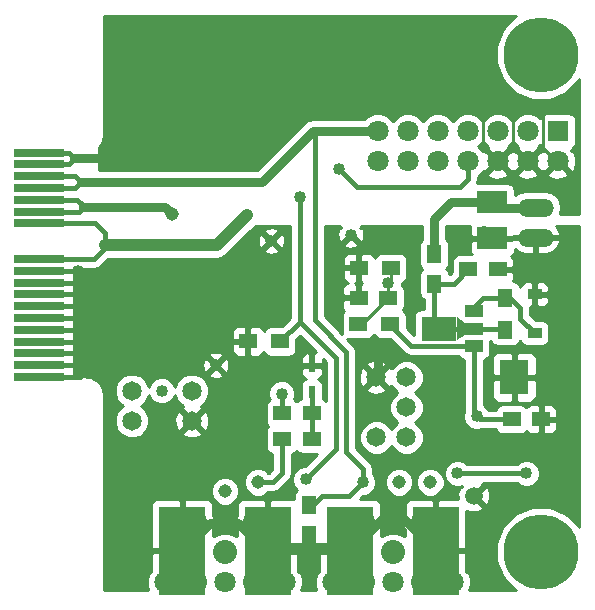
<source format=gbl>
G04 #@! TF.FileFunction,Copper,L2,Bot,Signal*
%FSLAX46Y46*%
G04 Gerber Fmt 4.6, Leading zero omitted, Abs format (unit mm)*
G04 Created by KiCad (PCBNEW 4.0.2-4+6225~38~ubuntu14.04.1-stable) date Tue 19 Apr 2016 03:22:28 PM EDT*
%MOMM*%
G01*
G04 APERTURE LIST*
%ADD10C,0.100000*%
%ADD11R,1.500000X1.250000*%
%ADD12R,1.800000X1.800000*%
%ADD13C,1.800000*%
%ADD14R,4.200000X0.700000*%
%ADD15R,0.599440X1.000760*%
%ADD16R,1.500000X1.300000*%
%ADD17C,1.143000*%
%ADD18R,1.250000X1.500000*%
%ADD19O,3.014980X1.506220*%
%ADD20R,3.960000X7.543800*%
%ADD21C,2.032000*%
%ADD22R,2.499360X1.950720*%
%ADD23C,1.651000*%
%ADD24C,1.501140*%
%ADD25R,1.220000X0.910000*%
%ADD26R,1.501140X1.000760*%
%ADD27R,2.999740X1.998980*%
%ADD28R,1.300000X1.500000*%
%ADD29R,2.489200X2.997200*%
%ADD30C,6.350000*%
%ADD31C,1.016000*%
%ADD32C,0.400000*%
%ADD33C,0.780000*%
%ADD34C,1.000000*%
%ADD35C,0.250000*%
%ADD36C,0.254000*%
G04 APERTURE END LIST*
D10*
D11*
X33109000Y-24501000D03*
X30609000Y-24501000D03*
D12*
X47480000Y-10404000D03*
D13*
X44940000Y-10404000D03*
X42400000Y-10404000D03*
X39860000Y-10404000D03*
X37320000Y-10404000D03*
X34780000Y-10404000D03*
X47480000Y-12944000D03*
X44940000Y-12944000D03*
X42400000Y-12944000D03*
X39860000Y-12944000D03*
X37320000Y-12944000D03*
X34780000Y-12944000D03*
X32240000Y-12944000D03*
X32240000Y-10404000D03*
D14*
X3550000Y-31200000D03*
X3550000Y-30200000D03*
X3550000Y-29200000D03*
X3550000Y-28200000D03*
X3550000Y-27200000D03*
X3550000Y-26200000D03*
X3550000Y-25200000D03*
X3550000Y-24200000D03*
X3550000Y-23200000D03*
X3550000Y-22200000D03*
X3550000Y-21200000D03*
X3550000Y-18200000D03*
X3550000Y-17200000D03*
X3550000Y-16200000D03*
X3550000Y-15200000D03*
X3550000Y-14200000D03*
X3550000Y-13200000D03*
X3550000Y-12200000D03*
D15*
X26652000Y-30259180D03*
X26652000Y-32458820D03*
D16*
X33336000Y-21961000D03*
X30636000Y-21961000D03*
X30572500Y-26723500D03*
X33272500Y-26723500D03*
D11*
X43563000Y-34788000D03*
X46063000Y-34788000D03*
X26632000Y-34280000D03*
X24132000Y-34280000D03*
X24132000Y-36439000D03*
X26632000Y-36439000D03*
X39880000Y-22088000D03*
X42380000Y-22088000D03*
D17*
X36685000Y-40122000D03*
X22080000Y-40122000D03*
X19286000Y-40884000D03*
X34018000Y-40122000D03*
X14841000Y-17389000D03*
D18*
X37015200Y-23287200D03*
X37015200Y-20787200D03*
D19*
X45600400Y-19395600D03*
X45600400Y-16855600D03*
D13*
X28430000Y-48567500D03*
X38590000Y-48567500D03*
D20*
X37130000Y-45925900D03*
X29890000Y-45925900D03*
D21*
X30970000Y-48567500D03*
X36050000Y-48567500D03*
D13*
X33510000Y-48567500D03*
D21*
X36050000Y-43487500D03*
X30970000Y-43487500D03*
X33510000Y-46027500D03*
D13*
X14206000Y-48567500D03*
X24366000Y-48567500D03*
D20*
X22906000Y-45925900D03*
X15666000Y-45925900D03*
D21*
X16746000Y-48567500D03*
X21826000Y-48567500D03*
D13*
X19286000Y-48567500D03*
D21*
X21826000Y-43487500D03*
X16746000Y-43487500D03*
X19286000Y-46027500D03*
D22*
X41942800Y-16398400D03*
X41942800Y-19446400D03*
D16*
X23938000Y-28184000D03*
X21238000Y-28184000D03*
D18*
X26398000Y-42047000D03*
X26398000Y-44547000D03*
D23*
X34653000Y-36312000D03*
X34653000Y-33772000D03*
X34653000Y-31232000D03*
X32113000Y-31232000D03*
X32113000Y-36312000D03*
D24*
X40368000Y-41265000D03*
D25*
X45511500Y-27469500D03*
X45511500Y-24199500D03*
D26*
X40378160Y-25603360D03*
X40378160Y-27104500D03*
X40378160Y-28605640D03*
D27*
X37426680Y-27104500D03*
D10*
G36*
X39650450Y-27604880D02*
X38901150Y-28105260D01*
X38901150Y-26103740D01*
X39650450Y-26604120D01*
X39650450Y-27604880D01*
X39650450Y-27604880D01*
G37*
D28*
X43035000Y-24484500D03*
X43035000Y-27184500D03*
D29*
X43797000Y-31232000D03*
D30*
X46049980Y-3899060D03*
X46049980Y-45999560D03*
D31*
X23223000Y-19675000D03*
X29954000Y-19167000D03*
X18524000Y-30216000D03*
D23*
X16492000Y-32375000D03*
D31*
X13952000Y-32375000D03*
D23*
X11412000Y-32375000D03*
X11412000Y-34915000D03*
X16492000Y-34915000D03*
D31*
X26144000Y-39868000D03*
X25636000Y-15992000D03*
X6850000Y-25200000D03*
X6840000Y-28184000D03*
X6850000Y-22200000D03*
X33129000Y-23231000D03*
X30970000Y-40122000D03*
X19540000Y-12740800D03*
X28938000Y-13579000D03*
X21191000Y-17516000D03*
X44813000Y-39360000D03*
X38971000Y-39360000D03*
X40622000Y-34534000D03*
X24112000Y-32629000D03*
D32*
X23985000Y-28184000D02*
X25636000Y-26533000D01*
X23938000Y-28184000D02*
X23985000Y-28184000D01*
X26144000Y-39868000D02*
X28684000Y-37328000D01*
X25636000Y-26533000D02*
X25636000Y-15992000D01*
X28684000Y-29581000D02*
X25636000Y-26533000D01*
X28684000Y-37328000D02*
X28684000Y-29581000D01*
D33*
X32260000Y-31085000D02*
X32113000Y-31232000D01*
X32260000Y-28692000D02*
X32260000Y-31085000D01*
X22906000Y-45925900D02*
X22803900Y-45925900D01*
X22803900Y-45925900D02*
X20429000Y-43551000D01*
X18040900Y-43551000D02*
X15666000Y-45925900D01*
X20429000Y-43551000D02*
X18040900Y-43551000D01*
X37130000Y-45925900D02*
X37130000Y-45901000D01*
X37130000Y-45901000D02*
X34272000Y-43043000D01*
X34272000Y-43043000D02*
X32772900Y-43043000D01*
X32772900Y-43043000D02*
X29890000Y-45925900D01*
D34*
X26448800Y-45760800D02*
X23071100Y-45760800D01*
X23071100Y-45760800D02*
X22906000Y-45925900D01*
X26448800Y-45760800D02*
X29724900Y-45760800D01*
X29724900Y-45760800D02*
X29890000Y-45925900D01*
D32*
X3550000Y-31200000D02*
X7050000Y-31200000D01*
X7050000Y-31200000D02*
X7550000Y-30700000D01*
X3550000Y-25200000D02*
X6650000Y-25200000D01*
X3550000Y-29200000D02*
X6600000Y-29200000D01*
X3550000Y-28200000D02*
X6650000Y-28200000D01*
X3550000Y-27200000D02*
X6650000Y-27200000D01*
X3550000Y-26200000D02*
X6650000Y-26200000D01*
X3550000Y-24200000D02*
X6600000Y-24200000D01*
X6600000Y-24200000D02*
X6650000Y-24150000D01*
X3550000Y-23200000D02*
X6700000Y-23200000D01*
X3550000Y-22200000D02*
X6700000Y-22200000D01*
X3550000Y-30200000D02*
X6600000Y-30200000D01*
D34*
X41688800Y-19421000D02*
X41231600Y-18963800D01*
D35*
X33336000Y-21961000D02*
X33336000Y-23024000D01*
X33336000Y-23024000D02*
X33129000Y-23231000D01*
X33109000Y-24501000D02*
X33109000Y-23251000D01*
X33109000Y-23251000D02*
X33129000Y-23231000D01*
X30572500Y-26723500D02*
X30886500Y-26723500D01*
X30886500Y-26723500D02*
X33109000Y-24501000D01*
D32*
X30572500Y-26723500D02*
X30572500Y-26529500D01*
X26632000Y-34280000D02*
X26632000Y-32478820D01*
X26632000Y-32478820D02*
X26652000Y-32458820D01*
X26632000Y-36439000D02*
X26632000Y-34280000D01*
D33*
X7297200Y-16804800D02*
X14256800Y-16804800D01*
X14256800Y-16804800D02*
X14841000Y-17389000D01*
D32*
X3550000Y-17200000D02*
X6902000Y-17200000D01*
X6902000Y-17200000D02*
X7297200Y-16804800D01*
X7297200Y-16804800D02*
X7348000Y-16754000D01*
X3550000Y-16200000D02*
X6794000Y-16200000D01*
X6794000Y-16200000D02*
X7348000Y-16754000D01*
X26906000Y-26406000D02*
X26906000Y-10404000D01*
X29573000Y-29073000D02*
X26906000Y-26406000D01*
X29573000Y-37582000D02*
X29573000Y-29073000D01*
X30970000Y-38979000D02*
X29573000Y-37582000D01*
X30970000Y-40122000D02*
X30970000Y-38979000D01*
X26398000Y-42047000D02*
X26759000Y-42047000D01*
X26759000Y-42047000D02*
X27541000Y-41265000D01*
X27541000Y-41265000D02*
X29827000Y-41265000D01*
X29827000Y-41265000D02*
X30970000Y-40122000D01*
D33*
X26906000Y-10404000D02*
X32240000Y-10404000D01*
D32*
X3550000Y-15200000D02*
X6616000Y-15200000D01*
X3550000Y-14200000D02*
X6572000Y-14200000D01*
D33*
X7094000Y-14722000D02*
X22435600Y-14722000D01*
X22435600Y-14722000D02*
X26753600Y-10404000D01*
X26753600Y-10404000D02*
X26906000Y-10404000D01*
D32*
X6616000Y-15200000D02*
X7094000Y-14722000D01*
X6572000Y-14200000D02*
X7094000Y-14722000D01*
D35*
X47480000Y-12944000D02*
X47353000Y-12944000D01*
X47353000Y-12944000D02*
X46210000Y-11801000D01*
X46210000Y-11801000D02*
X46210000Y-8372000D01*
X44940000Y-12944000D02*
X43670000Y-11674000D01*
X43670000Y-11674000D02*
X43670000Y-8118000D01*
X42400000Y-12944000D02*
X41130000Y-11674000D01*
X41130000Y-11674000D02*
X41130000Y-7991000D01*
D33*
X6537600Y-12687600D02*
X11943000Y-12687600D01*
X11943000Y-12687600D02*
X11945400Y-12690000D01*
D32*
X6050000Y-12200000D02*
X6537600Y-12687600D01*
X6537600Y-12687600D02*
X6550000Y-12700000D01*
X6050000Y-13200000D02*
X6550000Y-12700000D01*
X3550000Y-12200000D02*
X6050000Y-12200000D01*
X3550000Y-13200000D02*
X6050000Y-13200000D01*
X39860000Y-14468000D02*
X39860000Y-12944000D01*
X39225000Y-15103000D02*
X39860000Y-14468000D01*
X30462000Y-15103000D02*
X39225000Y-15103000D01*
X28938000Y-13579000D02*
X30462000Y-15103000D01*
D33*
X37015200Y-20787200D02*
X37015200Y-17820800D01*
X38437600Y-16398400D02*
X41942800Y-16398400D01*
X37015200Y-17820800D02*
X38437600Y-16398400D01*
X45600400Y-16855600D02*
X42400000Y-16855600D01*
X42400000Y-16855600D02*
X41942800Y-16398400D01*
D34*
X14206000Y-20056000D02*
X18625600Y-20056000D01*
X9380000Y-20056000D02*
X14206000Y-20056000D01*
X18625600Y-20056000D02*
X21191000Y-17516000D01*
D32*
X9126000Y-20056000D02*
X9126000Y-19040000D01*
X8286000Y-18200000D02*
X9126000Y-19040000D01*
X8286000Y-18200000D02*
X3550000Y-18200000D01*
X9126000Y-20056000D02*
X9126000Y-19802000D01*
X9126000Y-19802000D02*
X9126000Y-20056000D01*
X8236000Y-21200000D02*
X9253000Y-20183000D01*
X3550000Y-21200000D02*
X8236000Y-21200000D01*
D34*
X9380000Y-20056000D02*
X9126000Y-20056000D01*
X9126000Y-20056000D02*
X9126000Y-20056000D01*
D32*
X9253000Y-20183000D02*
X9380000Y-20056000D01*
X38971000Y-39360000D02*
X44813000Y-39360000D01*
X24132000Y-36439000D02*
X24132000Y-39340000D01*
X23350000Y-40122000D02*
X22080000Y-40122000D01*
X24132000Y-39340000D02*
X23350000Y-40122000D01*
X40378160Y-28605640D02*
X40378160Y-34290160D01*
X40378160Y-34290160D02*
X40622000Y-34534000D01*
X33272500Y-26723500D02*
X33272500Y-26803500D01*
X33272500Y-26803500D02*
X35074640Y-28605640D01*
X35074640Y-28605640D02*
X40378160Y-28605640D01*
X40876000Y-34788000D02*
X43563000Y-34788000D01*
X40622000Y-34534000D02*
X40876000Y-34788000D01*
X39275800Y-27104500D02*
X42955000Y-27104500D01*
X42955000Y-27104500D02*
X43035000Y-27184500D01*
X40378160Y-27104500D02*
X37426680Y-27104500D01*
X40378160Y-27104500D02*
X42955000Y-27104500D01*
X42955000Y-27104500D02*
X43035000Y-27184500D01*
X37015200Y-23287200D02*
X37015200Y-26693020D01*
X37015200Y-26693020D02*
X37426680Y-27104500D01*
X37015200Y-23287200D02*
X38680800Y-23287200D01*
X38680800Y-23287200D02*
X39880000Y-22088000D01*
X37032800Y-23304800D02*
X37015200Y-23287200D01*
X43035000Y-24484500D02*
X43399500Y-24484500D01*
X43399500Y-24484500D02*
X44305000Y-25390000D01*
X44305000Y-26263000D02*
X45511500Y-27469500D01*
X44305000Y-25390000D02*
X44305000Y-26263000D01*
X40378160Y-25603360D02*
X40378160Y-25252840D01*
X40378160Y-25252840D02*
X41146500Y-24484500D01*
X41146500Y-24484500D02*
X43035000Y-24484500D01*
X24132000Y-34280000D02*
X24132000Y-32649000D01*
X24132000Y-32649000D02*
X24112000Y-32629000D01*
D36*
G36*
X24801000Y-26187132D02*
X24101572Y-26886560D01*
X23188000Y-26886560D01*
X22952683Y-26930838D01*
X22736559Y-27069910D01*
X22591569Y-27282110D01*
X22584809Y-27315490D01*
X22526327Y-27174301D01*
X22347698Y-26995673D01*
X22114309Y-26899000D01*
X21523750Y-26899000D01*
X21365000Y-27057750D01*
X21365000Y-28057000D01*
X21385000Y-28057000D01*
X21385000Y-28311000D01*
X21365000Y-28311000D01*
X21365000Y-29310250D01*
X21523750Y-29469000D01*
X22114309Y-29469000D01*
X22347698Y-29372327D01*
X22526327Y-29193699D01*
X22582654Y-29057713D01*
X22584838Y-29069317D01*
X22723910Y-29285441D01*
X22936110Y-29430431D01*
X23188000Y-29481440D01*
X24688000Y-29481440D01*
X24923317Y-29437162D01*
X25139441Y-29298090D01*
X25284431Y-29085890D01*
X25335440Y-28834000D01*
X25335440Y-28014428D01*
X25636000Y-27713868D01*
X27045932Y-29123800D01*
X26937750Y-29123800D01*
X26779000Y-29282550D01*
X26779000Y-30132180D01*
X27427970Y-30132180D01*
X27586720Y-29973430D01*
X27586720Y-29664588D01*
X27849000Y-29926868D01*
X27849000Y-33208081D01*
X27846090Y-33203559D01*
X27633890Y-33058569D01*
X27581198Y-33047899D01*
X27599160Y-32959200D01*
X27599160Y-31958440D01*
X27554882Y-31723123D01*
X27415810Y-31506999D01*
X27203610Y-31362009D01*
X27172046Y-31355617D01*
X27311419Y-31297887D01*
X27490047Y-31119258D01*
X27586720Y-30885869D01*
X27586720Y-30544930D01*
X27427970Y-30386180D01*
X26779000Y-30386180D01*
X26779000Y-30406180D01*
X26525000Y-30406180D01*
X26525000Y-30386180D01*
X25876030Y-30386180D01*
X25717280Y-30544930D01*
X25717280Y-30885869D01*
X25813953Y-31119258D01*
X25992581Y-31297887D01*
X26126708Y-31353444D01*
X26116963Y-31355278D01*
X25900839Y-31494350D01*
X25755849Y-31706550D01*
X25704840Y-31958440D01*
X25704840Y-32959200D01*
X25719686Y-33038101D01*
X25646683Y-33051838D01*
X25430559Y-33190910D01*
X25382866Y-33260711D01*
X25346090Y-33203559D01*
X25162992Y-33078454D01*
X25254801Y-32857354D01*
X25255198Y-32402641D01*
X25081554Y-31982388D01*
X24760303Y-31660577D01*
X24340354Y-31486199D01*
X23885641Y-31485802D01*
X23465388Y-31659446D01*
X23143577Y-31980697D01*
X22969199Y-32400646D01*
X22968802Y-32855359D01*
X23070295Y-33100992D01*
X22930559Y-33190910D01*
X22785569Y-33403110D01*
X22734560Y-33655000D01*
X22734560Y-34905000D01*
X22778838Y-35140317D01*
X22917910Y-35356441D01*
X22923491Y-35360254D01*
X22785569Y-35562110D01*
X22734560Y-35814000D01*
X22734560Y-37064000D01*
X22778838Y-37299317D01*
X22917910Y-37515441D01*
X23130110Y-37660431D01*
X23297000Y-37694227D01*
X23297000Y-38994132D01*
X23004132Y-39287000D01*
X22951219Y-39287000D01*
X22764320Y-39099775D01*
X22321041Y-38915710D01*
X21841065Y-38915291D01*
X21397465Y-39098582D01*
X21057775Y-39437680D01*
X20873710Y-39880959D01*
X20873291Y-40360935D01*
X21056582Y-40804535D01*
X21395680Y-41144225D01*
X21838959Y-41328290D01*
X22318935Y-41328709D01*
X22762535Y-41145418D01*
X22951282Y-40957000D01*
X23350000Y-40957000D01*
X23669541Y-40893439D01*
X23940434Y-40712434D01*
X24722434Y-39930434D01*
X24764151Y-39868000D01*
X24903439Y-39659541D01*
X24967000Y-39340000D01*
X24967000Y-37695446D01*
X25117317Y-37667162D01*
X25333441Y-37528090D01*
X25381134Y-37458289D01*
X25417910Y-37515441D01*
X25630110Y-37660431D01*
X25882000Y-37711440D01*
X27119692Y-37711440D01*
X26106165Y-38724967D01*
X25917641Y-38724802D01*
X25497388Y-38898446D01*
X25175577Y-39219697D01*
X25001199Y-39639646D01*
X25000802Y-40094359D01*
X25174446Y-40514612D01*
X25425453Y-40766056D01*
X25321559Y-40832910D01*
X25176569Y-41045110D01*
X25125560Y-41297000D01*
X25125560Y-41565910D01*
X25012310Y-41519000D01*
X23191750Y-41519000D01*
X23033000Y-41677750D01*
X23033000Y-42519072D01*
X22990107Y-42502998D01*
X22779000Y-42714105D01*
X22779000Y-42354895D01*
X22810502Y-42323393D01*
X22779000Y-42239328D01*
X22779000Y-41677750D01*
X22620250Y-41519000D01*
X20799690Y-41519000D01*
X20566301Y-41615673D01*
X20387673Y-41794302D01*
X20291000Y-42027691D01*
X20291000Y-42878566D01*
X20164184Y-43219142D01*
X20187986Y-43875519D01*
X20291000Y-44124217D01*
X20291000Y-44697349D01*
X20222437Y-44628666D01*
X19615845Y-44376787D01*
X18959037Y-44376214D01*
X18352005Y-44627034D01*
X18281000Y-44697915D01*
X18281000Y-44096434D01*
X18407816Y-43755858D01*
X18384014Y-43099481D01*
X18281000Y-42850783D01*
X18281000Y-42027691D01*
X18184327Y-41794302D01*
X18005699Y-41615673D01*
X17772310Y-41519000D01*
X15951750Y-41519000D01*
X15793000Y-41677750D01*
X15793000Y-42239328D01*
X15761498Y-42323393D01*
X15793000Y-42354895D01*
X15793000Y-42714105D01*
X15581893Y-42502998D01*
X15539000Y-42519072D01*
X15539000Y-41677750D01*
X15380250Y-41519000D01*
X13559690Y-41519000D01*
X13326301Y-41615673D01*
X13147673Y-41794302D01*
X13051000Y-42027691D01*
X13051000Y-45640150D01*
X13209750Y-45798900D01*
X15539000Y-45798900D01*
X15539000Y-44455928D01*
X15581893Y-44472002D01*
X15793000Y-44260895D01*
X15793000Y-44620105D01*
X15761498Y-44651607D01*
X15793000Y-44735672D01*
X15793000Y-45798900D01*
X15813000Y-45798900D01*
X15813000Y-46052900D01*
X15793000Y-46052900D01*
X15793000Y-46072900D01*
X15539000Y-46072900D01*
X15539000Y-46052900D01*
X13209750Y-46052900D01*
X13051000Y-46211650D01*
X13051000Y-47512672D01*
X13011282Y-47552390D01*
X13051000Y-47592108D01*
X13051000Y-47692159D01*
X12869357Y-47753352D01*
X12659542Y-48326836D01*
X12685161Y-48936960D01*
X12816898Y-49255000D01*
X9095000Y-49255000D01*
X9095000Y-41122935D01*
X18079291Y-41122935D01*
X18262582Y-41566535D01*
X18601680Y-41906225D01*
X19044959Y-42090290D01*
X19524935Y-42090709D01*
X19968535Y-41907418D01*
X20308225Y-41568320D01*
X20492290Y-41125041D01*
X20492709Y-40645065D01*
X20309418Y-40201465D01*
X19970320Y-39861775D01*
X19527041Y-39677710D01*
X19047065Y-39677291D01*
X18603465Y-39860582D01*
X18263775Y-40199680D01*
X18079710Y-40642959D01*
X18079291Y-41122935D01*
X9095000Y-41122935D01*
X9095000Y-32700000D01*
X9087887Y-32664237D01*
X9951247Y-32664237D01*
X10173126Y-33201226D01*
X10583613Y-33612430D01*
X10661579Y-33644804D01*
X10585774Y-33676126D01*
X10174570Y-34086613D01*
X9951754Y-34623214D01*
X9951247Y-35204237D01*
X10173126Y-35741226D01*
X10583613Y-36152430D01*
X11120214Y-36375246D01*
X11701237Y-36375753D01*
X12238226Y-36153874D01*
X12451256Y-35941215D01*
X15645390Y-35941215D01*
X15722656Y-36189976D01*
X16269131Y-36387340D01*
X16849535Y-36360553D01*
X17261344Y-36189976D01*
X17338610Y-35941215D01*
X16492000Y-35094605D01*
X15645390Y-35941215D01*
X12451256Y-35941215D01*
X12649430Y-35743387D01*
X12872246Y-35206786D01*
X12872695Y-34692131D01*
X15019660Y-34692131D01*
X15046447Y-35272535D01*
X15217024Y-35684344D01*
X15465785Y-35761610D01*
X16312395Y-34915000D01*
X16671605Y-34915000D01*
X17518215Y-35761610D01*
X17766976Y-35684344D01*
X17964340Y-35137869D01*
X17937553Y-34557465D01*
X17766976Y-34145656D01*
X17518215Y-34068390D01*
X16671605Y-34915000D01*
X16312395Y-34915000D01*
X15465785Y-34068390D01*
X15217024Y-34145656D01*
X15019660Y-34692131D01*
X12872695Y-34692131D01*
X12872753Y-34625763D01*
X12650874Y-34088774D01*
X12240387Y-33677570D01*
X12162421Y-33645196D01*
X12238226Y-33613874D01*
X12649430Y-33203387D01*
X12853996Y-32710737D01*
X12982446Y-33021612D01*
X13303697Y-33343423D01*
X13723646Y-33517801D01*
X14178359Y-33518198D01*
X14598612Y-33344554D01*
X14920423Y-33023303D01*
X15050336Y-32710437D01*
X15253126Y-33201226D01*
X15663613Y-33612430D01*
X15726366Y-33638487D01*
X15722656Y-33640024D01*
X15645390Y-33888785D01*
X16492000Y-34735395D01*
X17338610Y-33888785D01*
X17261344Y-33640024D01*
X17257926Y-33638789D01*
X17318226Y-33613874D01*
X17729430Y-33203387D01*
X17952246Y-32666786D01*
X17952753Y-32085763D01*
X17730874Y-31548774D01*
X17320387Y-31137570D01*
X17017786Y-31011919D01*
X17907686Y-31011919D01*
X17945824Y-31227856D01*
X18377055Y-31372091D01*
X18830657Y-31340322D01*
X19102176Y-31227856D01*
X19140314Y-31011919D01*
X18524000Y-30395605D01*
X17907686Y-31011919D01*
X17017786Y-31011919D01*
X16783786Y-30914754D01*
X16202763Y-30914247D01*
X15665774Y-31136126D01*
X15254570Y-31546613D01*
X15050004Y-32039263D01*
X14921554Y-31728388D01*
X14600303Y-31406577D01*
X14180354Y-31232199D01*
X13725641Y-31231802D01*
X13305388Y-31405446D01*
X12983577Y-31726697D01*
X12853664Y-32039563D01*
X12650874Y-31548774D01*
X12240387Y-31137570D01*
X11703786Y-30914754D01*
X11122763Y-30914247D01*
X10585774Y-31136126D01*
X10174570Y-31546613D01*
X9951754Y-32083214D01*
X9951247Y-32664237D01*
X9087887Y-32664237D01*
X9082607Y-32637696D01*
X9082607Y-32624167D01*
X9010293Y-32260618D01*
X8913984Y-32028109D01*
X8913983Y-32028108D01*
X8913983Y-32028107D01*
X8708048Y-31719905D01*
X8619071Y-31630929D01*
X8530095Y-31541952D01*
X8221893Y-31336017D01*
X8221891Y-31336016D01*
X7989381Y-31239707D01*
X7625833Y-31167393D01*
X7562305Y-31167393D01*
X7500000Y-31155000D01*
X6477000Y-31155000D01*
X6477000Y-30069055D01*
X17367909Y-30069055D01*
X17399678Y-30522657D01*
X17512144Y-30794176D01*
X17728081Y-30832314D01*
X18344395Y-30216000D01*
X18703605Y-30216000D01*
X19319919Y-30832314D01*
X19535856Y-30794176D01*
X19680091Y-30362945D01*
X19648322Y-29909343D01*
X19535856Y-29637824D01*
X19505661Y-29632491D01*
X25717280Y-29632491D01*
X25717280Y-29973430D01*
X25876030Y-30132180D01*
X26525000Y-30132180D01*
X26525000Y-29282550D01*
X26366250Y-29123800D01*
X26225970Y-29123800D01*
X25992581Y-29220473D01*
X25813953Y-29399102D01*
X25717280Y-29632491D01*
X19505661Y-29632491D01*
X19319919Y-29599686D01*
X18703605Y-30216000D01*
X18344395Y-30216000D01*
X17728081Y-29599686D01*
X17512144Y-29637824D01*
X17367909Y-30069055D01*
X6477000Y-30069055D01*
X6477000Y-29420081D01*
X17907686Y-29420081D01*
X18524000Y-30036395D01*
X19140314Y-29420081D01*
X19102176Y-29204144D01*
X18670945Y-29059909D01*
X18217343Y-29091678D01*
X17945824Y-29204144D01*
X17907686Y-29420081D01*
X6477000Y-29420081D01*
X6477000Y-28469750D01*
X19853000Y-28469750D01*
X19853000Y-28960310D01*
X19949673Y-29193699D01*
X20128302Y-29372327D01*
X20361691Y-29469000D01*
X20952250Y-29469000D01*
X21111000Y-29310250D01*
X21111000Y-28311000D01*
X20011750Y-28311000D01*
X19853000Y-28469750D01*
X6477000Y-28469750D01*
X6477000Y-27407690D01*
X19853000Y-27407690D01*
X19853000Y-27898250D01*
X20011750Y-28057000D01*
X21111000Y-28057000D01*
X21111000Y-27057750D01*
X20952250Y-26899000D01*
X20361691Y-26899000D01*
X20128302Y-26995673D01*
X19949673Y-27174301D01*
X19853000Y-27407690D01*
X6477000Y-27407690D01*
X6477000Y-22035000D01*
X8236000Y-22035000D01*
X8555541Y-21971439D01*
X8826434Y-21790434D01*
X9425868Y-21191000D01*
X18625600Y-21191000D01*
X18840065Y-21148340D01*
X19054723Y-21106751D01*
X19057123Y-21105165D01*
X19059946Y-21104603D01*
X19241787Y-20983101D01*
X19424163Y-20862549D01*
X19819709Y-20470919D01*
X22606686Y-20470919D01*
X22644824Y-20686856D01*
X23076055Y-20831091D01*
X23529657Y-20799322D01*
X23801176Y-20686856D01*
X23839314Y-20470919D01*
X23223000Y-19854605D01*
X22606686Y-20470919D01*
X19819709Y-20470919D01*
X20772002Y-19528055D01*
X22066909Y-19528055D01*
X22098678Y-19981657D01*
X22211144Y-20253176D01*
X22427081Y-20291314D01*
X23043395Y-19675000D01*
X23402605Y-19675000D01*
X24018919Y-20291314D01*
X24234856Y-20253176D01*
X24379091Y-19821945D01*
X24347322Y-19368343D01*
X24234856Y-19096824D01*
X24018919Y-19058686D01*
X23402605Y-19675000D01*
X23043395Y-19675000D01*
X22427081Y-19058686D01*
X22211144Y-19096824D01*
X22066909Y-19528055D01*
X20772002Y-19528055D01*
X21427466Y-18879081D01*
X22606686Y-18879081D01*
X23223000Y-19495395D01*
X23839314Y-18879081D01*
X23801176Y-18663144D01*
X23369945Y-18518909D01*
X22916343Y-18550678D01*
X22644824Y-18663144D01*
X22606686Y-18879081D01*
X21427466Y-18879081D01*
X21815845Y-18494548D01*
X21837612Y-18485554D01*
X21918306Y-18405000D01*
X24801000Y-18405000D01*
X24801000Y-26187132D01*
X24801000Y-26187132D01*
G37*
X24801000Y-26187132D02*
X24101572Y-26886560D01*
X23188000Y-26886560D01*
X22952683Y-26930838D01*
X22736559Y-27069910D01*
X22591569Y-27282110D01*
X22584809Y-27315490D01*
X22526327Y-27174301D01*
X22347698Y-26995673D01*
X22114309Y-26899000D01*
X21523750Y-26899000D01*
X21365000Y-27057750D01*
X21365000Y-28057000D01*
X21385000Y-28057000D01*
X21385000Y-28311000D01*
X21365000Y-28311000D01*
X21365000Y-29310250D01*
X21523750Y-29469000D01*
X22114309Y-29469000D01*
X22347698Y-29372327D01*
X22526327Y-29193699D01*
X22582654Y-29057713D01*
X22584838Y-29069317D01*
X22723910Y-29285441D01*
X22936110Y-29430431D01*
X23188000Y-29481440D01*
X24688000Y-29481440D01*
X24923317Y-29437162D01*
X25139441Y-29298090D01*
X25284431Y-29085890D01*
X25335440Y-28834000D01*
X25335440Y-28014428D01*
X25636000Y-27713868D01*
X27045932Y-29123800D01*
X26937750Y-29123800D01*
X26779000Y-29282550D01*
X26779000Y-30132180D01*
X27427970Y-30132180D01*
X27586720Y-29973430D01*
X27586720Y-29664588D01*
X27849000Y-29926868D01*
X27849000Y-33208081D01*
X27846090Y-33203559D01*
X27633890Y-33058569D01*
X27581198Y-33047899D01*
X27599160Y-32959200D01*
X27599160Y-31958440D01*
X27554882Y-31723123D01*
X27415810Y-31506999D01*
X27203610Y-31362009D01*
X27172046Y-31355617D01*
X27311419Y-31297887D01*
X27490047Y-31119258D01*
X27586720Y-30885869D01*
X27586720Y-30544930D01*
X27427970Y-30386180D01*
X26779000Y-30386180D01*
X26779000Y-30406180D01*
X26525000Y-30406180D01*
X26525000Y-30386180D01*
X25876030Y-30386180D01*
X25717280Y-30544930D01*
X25717280Y-30885869D01*
X25813953Y-31119258D01*
X25992581Y-31297887D01*
X26126708Y-31353444D01*
X26116963Y-31355278D01*
X25900839Y-31494350D01*
X25755849Y-31706550D01*
X25704840Y-31958440D01*
X25704840Y-32959200D01*
X25719686Y-33038101D01*
X25646683Y-33051838D01*
X25430559Y-33190910D01*
X25382866Y-33260711D01*
X25346090Y-33203559D01*
X25162992Y-33078454D01*
X25254801Y-32857354D01*
X25255198Y-32402641D01*
X25081554Y-31982388D01*
X24760303Y-31660577D01*
X24340354Y-31486199D01*
X23885641Y-31485802D01*
X23465388Y-31659446D01*
X23143577Y-31980697D01*
X22969199Y-32400646D01*
X22968802Y-32855359D01*
X23070295Y-33100992D01*
X22930559Y-33190910D01*
X22785569Y-33403110D01*
X22734560Y-33655000D01*
X22734560Y-34905000D01*
X22778838Y-35140317D01*
X22917910Y-35356441D01*
X22923491Y-35360254D01*
X22785569Y-35562110D01*
X22734560Y-35814000D01*
X22734560Y-37064000D01*
X22778838Y-37299317D01*
X22917910Y-37515441D01*
X23130110Y-37660431D01*
X23297000Y-37694227D01*
X23297000Y-38994132D01*
X23004132Y-39287000D01*
X22951219Y-39287000D01*
X22764320Y-39099775D01*
X22321041Y-38915710D01*
X21841065Y-38915291D01*
X21397465Y-39098582D01*
X21057775Y-39437680D01*
X20873710Y-39880959D01*
X20873291Y-40360935D01*
X21056582Y-40804535D01*
X21395680Y-41144225D01*
X21838959Y-41328290D01*
X22318935Y-41328709D01*
X22762535Y-41145418D01*
X22951282Y-40957000D01*
X23350000Y-40957000D01*
X23669541Y-40893439D01*
X23940434Y-40712434D01*
X24722434Y-39930434D01*
X24764151Y-39868000D01*
X24903439Y-39659541D01*
X24967000Y-39340000D01*
X24967000Y-37695446D01*
X25117317Y-37667162D01*
X25333441Y-37528090D01*
X25381134Y-37458289D01*
X25417910Y-37515441D01*
X25630110Y-37660431D01*
X25882000Y-37711440D01*
X27119692Y-37711440D01*
X26106165Y-38724967D01*
X25917641Y-38724802D01*
X25497388Y-38898446D01*
X25175577Y-39219697D01*
X25001199Y-39639646D01*
X25000802Y-40094359D01*
X25174446Y-40514612D01*
X25425453Y-40766056D01*
X25321559Y-40832910D01*
X25176569Y-41045110D01*
X25125560Y-41297000D01*
X25125560Y-41565910D01*
X25012310Y-41519000D01*
X23191750Y-41519000D01*
X23033000Y-41677750D01*
X23033000Y-42519072D01*
X22990107Y-42502998D01*
X22779000Y-42714105D01*
X22779000Y-42354895D01*
X22810502Y-42323393D01*
X22779000Y-42239328D01*
X22779000Y-41677750D01*
X22620250Y-41519000D01*
X20799690Y-41519000D01*
X20566301Y-41615673D01*
X20387673Y-41794302D01*
X20291000Y-42027691D01*
X20291000Y-42878566D01*
X20164184Y-43219142D01*
X20187986Y-43875519D01*
X20291000Y-44124217D01*
X20291000Y-44697349D01*
X20222437Y-44628666D01*
X19615845Y-44376787D01*
X18959037Y-44376214D01*
X18352005Y-44627034D01*
X18281000Y-44697915D01*
X18281000Y-44096434D01*
X18407816Y-43755858D01*
X18384014Y-43099481D01*
X18281000Y-42850783D01*
X18281000Y-42027691D01*
X18184327Y-41794302D01*
X18005699Y-41615673D01*
X17772310Y-41519000D01*
X15951750Y-41519000D01*
X15793000Y-41677750D01*
X15793000Y-42239328D01*
X15761498Y-42323393D01*
X15793000Y-42354895D01*
X15793000Y-42714105D01*
X15581893Y-42502998D01*
X15539000Y-42519072D01*
X15539000Y-41677750D01*
X15380250Y-41519000D01*
X13559690Y-41519000D01*
X13326301Y-41615673D01*
X13147673Y-41794302D01*
X13051000Y-42027691D01*
X13051000Y-45640150D01*
X13209750Y-45798900D01*
X15539000Y-45798900D01*
X15539000Y-44455928D01*
X15581893Y-44472002D01*
X15793000Y-44260895D01*
X15793000Y-44620105D01*
X15761498Y-44651607D01*
X15793000Y-44735672D01*
X15793000Y-45798900D01*
X15813000Y-45798900D01*
X15813000Y-46052900D01*
X15793000Y-46052900D01*
X15793000Y-46072900D01*
X15539000Y-46072900D01*
X15539000Y-46052900D01*
X13209750Y-46052900D01*
X13051000Y-46211650D01*
X13051000Y-47512672D01*
X13011282Y-47552390D01*
X13051000Y-47592108D01*
X13051000Y-47692159D01*
X12869357Y-47753352D01*
X12659542Y-48326836D01*
X12685161Y-48936960D01*
X12816898Y-49255000D01*
X9095000Y-49255000D01*
X9095000Y-41122935D01*
X18079291Y-41122935D01*
X18262582Y-41566535D01*
X18601680Y-41906225D01*
X19044959Y-42090290D01*
X19524935Y-42090709D01*
X19968535Y-41907418D01*
X20308225Y-41568320D01*
X20492290Y-41125041D01*
X20492709Y-40645065D01*
X20309418Y-40201465D01*
X19970320Y-39861775D01*
X19527041Y-39677710D01*
X19047065Y-39677291D01*
X18603465Y-39860582D01*
X18263775Y-40199680D01*
X18079710Y-40642959D01*
X18079291Y-41122935D01*
X9095000Y-41122935D01*
X9095000Y-32700000D01*
X9087887Y-32664237D01*
X9951247Y-32664237D01*
X10173126Y-33201226D01*
X10583613Y-33612430D01*
X10661579Y-33644804D01*
X10585774Y-33676126D01*
X10174570Y-34086613D01*
X9951754Y-34623214D01*
X9951247Y-35204237D01*
X10173126Y-35741226D01*
X10583613Y-36152430D01*
X11120214Y-36375246D01*
X11701237Y-36375753D01*
X12238226Y-36153874D01*
X12451256Y-35941215D01*
X15645390Y-35941215D01*
X15722656Y-36189976D01*
X16269131Y-36387340D01*
X16849535Y-36360553D01*
X17261344Y-36189976D01*
X17338610Y-35941215D01*
X16492000Y-35094605D01*
X15645390Y-35941215D01*
X12451256Y-35941215D01*
X12649430Y-35743387D01*
X12872246Y-35206786D01*
X12872695Y-34692131D01*
X15019660Y-34692131D01*
X15046447Y-35272535D01*
X15217024Y-35684344D01*
X15465785Y-35761610D01*
X16312395Y-34915000D01*
X16671605Y-34915000D01*
X17518215Y-35761610D01*
X17766976Y-35684344D01*
X17964340Y-35137869D01*
X17937553Y-34557465D01*
X17766976Y-34145656D01*
X17518215Y-34068390D01*
X16671605Y-34915000D01*
X16312395Y-34915000D01*
X15465785Y-34068390D01*
X15217024Y-34145656D01*
X15019660Y-34692131D01*
X12872695Y-34692131D01*
X12872753Y-34625763D01*
X12650874Y-34088774D01*
X12240387Y-33677570D01*
X12162421Y-33645196D01*
X12238226Y-33613874D01*
X12649430Y-33203387D01*
X12853996Y-32710737D01*
X12982446Y-33021612D01*
X13303697Y-33343423D01*
X13723646Y-33517801D01*
X14178359Y-33518198D01*
X14598612Y-33344554D01*
X14920423Y-33023303D01*
X15050336Y-32710437D01*
X15253126Y-33201226D01*
X15663613Y-33612430D01*
X15726366Y-33638487D01*
X15722656Y-33640024D01*
X15645390Y-33888785D01*
X16492000Y-34735395D01*
X17338610Y-33888785D01*
X17261344Y-33640024D01*
X17257926Y-33638789D01*
X17318226Y-33613874D01*
X17729430Y-33203387D01*
X17952246Y-32666786D01*
X17952753Y-32085763D01*
X17730874Y-31548774D01*
X17320387Y-31137570D01*
X17017786Y-31011919D01*
X17907686Y-31011919D01*
X17945824Y-31227856D01*
X18377055Y-31372091D01*
X18830657Y-31340322D01*
X19102176Y-31227856D01*
X19140314Y-31011919D01*
X18524000Y-30395605D01*
X17907686Y-31011919D01*
X17017786Y-31011919D01*
X16783786Y-30914754D01*
X16202763Y-30914247D01*
X15665774Y-31136126D01*
X15254570Y-31546613D01*
X15050004Y-32039263D01*
X14921554Y-31728388D01*
X14600303Y-31406577D01*
X14180354Y-31232199D01*
X13725641Y-31231802D01*
X13305388Y-31405446D01*
X12983577Y-31726697D01*
X12853664Y-32039563D01*
X12650874Y-31548774D01*
X12240387Y-31137570D01*
X11703786Y-30914754D01*
X11122763Y-30914247D01*
X10585774Y-31136126D01*
X10174570Y-31546613D01*
X9951754Y-32083214D01*
X9951247Y-32664237D01*
X9087887Y-32664237D01*
X9082607Y-32637696D01*
X9082607Y-32624167D01*
X9010293Y-32260618D01*
X8913984Y-32028109D01*
X8913983Y-32028108D01*
X8913983Y-32028107D01*
X8708048Y-31719905D01*
X8619071Y-31630929D01*
X8530095Y-31541952D01*
X8221893Y-31336017D01*
X8221891Y-31336016D01*
X7989381Y-31239707D01*
X7625833Y-31167393D01*
X7562305Y-31167393D01*
X7500000Y-31155000D01*
X6477000Y-31155000D01*
X6477000Y-30069055D01*
X17367909Y-30069055D01*
X17399678Y-30522657D01*
X17512144Y-30794176D01*
X17728081Y-30832314D01*
X18344395Y-30216000D01*
X18703605Y-30216000D01*
X19319919Y-30832314D01*
X19535856Y-30794176D01*
X19680091Y-30362945D01*
X19648322Y-29909343D01*
X19535856Y-29637824D01*
X19505661Y-29632491D01*
X25717280Y-29632491D01*
X25717280Y-29973430D01*
X25876030Y-30132180D01*
X26525000Y-30132180D01*
X26525000Y-29282550D01*
X26366250Y-29123800D01*
X26225970Y-29123800D01*
X25992581Y-29220473D01*
X25813953Y-29399102D01*
X25717280Y-29632491D01*
X19505661Y-29632491D01*
X19319919Y-29599686D01*
X18703605Y-30216000D01*
X18344395Y-30216000D01*
X17728081Y-29599686D01*
X17512144Y-29637824D01*
X17367909Y-30069055D01*
X6477000Y-30069055D01*
X6477000Y-29420081D01*
X17907686Y-29420081D01*
X18524000Y-30036395D01*
X19140314Y-29420081D01*
X19102176Y-29204144D01*
X18670945Y-29059909D01*
X18217343Y-29091678D01*
X17945824Y-29204144D01*
X17907686Y-29420081D01*
X6477000Y-29420081D01*
X6477000Y-28469750D01*
X19853000Y-28469750D01*
X19853000Y-28960310D01*
X19949673Y-29193699D01*
X20128302Y-29372327D01*
X20361691Y-29469000D01*
X20952250Y-29469000D01*
X21111000Y-29310250D01*
X21111000Y-28311000D01*
X20011750Y-28311000D01*
X19853000Y-28469750D01*
X6477000Y-28469750D01*
X6477000Y-27407690D01*
X19853000Y-27407690D01*
X19853000Y-27898250D01*
X20011750Y-28057000D01*
X21111000Y-28057000D01*
X21111000Y-27057750D01*
X20952250Y-26899000D01*
X20361691Y-26899000D01*
X20128302Y-26995673D01*
X19949673Y-27174301D01*
X19853000Y-27407690D01*
X6477000Y-27407690D01*
X6477000Y-22035000D01*
X8236000Y-22035000D01*
X8555541Y-21971439D01*
X8826434Y-21790434D01*
X9425868Y-21191000D01*
X18625600Y-21191000D01*
X18840065Y-21148340D01*
X19054723Y-21106751D01*
X19057123Y-21105165D01*
X19059946Y-21104603D01*
X19241787Y-20983101D01*
X19424163Y-20862549D01*
X19819709Y-20470919D01*
X22606686Y-20470919D01*
X22644824Y-20686856D01*
X23076055Y-20831091D01*
X23529657Y-20799322D01*
X23801176Y-20686856D01*
X23839314Y-20470919D01*
X23223000Y-19854605D01*
X22606686Y-20470919D01*
X19819709Y-20470919D01*
X20772002Y-19528055D01*
X22066909Y-19528055D01*
X22098678Y-19981657D01*
X22211144Y-20253176D01*
X22427081Y-20291314D01*
X23043395Y-19675000D01*
X23402605Y-19675000D01*
X24018919Y-20291314D01*
X24234856Y-20253176D01*
X24379091Y-19821945D01*
X24347322Y-19368343D01*
X24234856Y-19096824D01*
X24018919Y-19058686D01*
X23402605Y-19675000D01*
X23043395Y-19675000D01*
X22427081Y-19058686D01*
X22211144Y-19096824D01*
X22066909Y-19528055D01*
X20772002Y-19528055D01*
X21427466Y-18879081D01*
X22606686Y-18879081D01*
X23223000Y-19495395D01*
X23839314Y-18879081D01*
X23801176Y-18663144D01*
X23369945Y-18518909D01*
X22916343Y-18550678D01*
X22644824Y-18663144D01*
X22606686Y-18879081D01*
X21427466Y-18879081D01*
X21815845Y-18494548D01*
X21837612Y-18485554D01*
X21918306Y-18405000D01*
X24801000Y-18405000D01*
X24801000Y-26187132D01*
G36*
X40058120Y-19160650D02*
X40216870Y-19319400D01*
X41815800Y-19319400D01*
X41815800Y-19299400D01*
X42069800Y-19299400D01*
X42069800Y-19319400D01*
X43668730Y-19319400D01*
X43719530Y-19268600D01*
X45473400Y-19268600D01*
X45473400Y-19248600D01*
X45727400Y-19248600D01*
X45727400Y-19268600D01*
X47577562Y-19268600D01*
X47700183Y-19053926D01*
X47685827Y-18981725D01*
X47426124Y-18503860D01*
X47303944Y-18405000D01*
X49305000Y-18405000D01*
X49305000Y-43900278D01*
X49281824Y-43844188D01*
X48210989Y-42771483D01*
X46811161Y-42190223D01*
X45295449Y-42188900D01*
X43894608Y-42767716D01*
X42821903Y-43838551D01*
X42240643Y-45238379D01*
X42239320Y-46754091D01*
X42818136Y-48154932D01*
X43888971Y-49227637D01*
X43954868Y-49255000D01*
X39972978Y-49255000D01*
X40136458Y-48808164D01*
X40110839Y-48198040D01*
X39926643Y-47753352D01*
X39745000Y-47692159D01*
X39745000Y-47592108D01*
X39784718Y-47552390D01*
X39745000Y-47512672D01*
X39745000Y-46211650D01*
X39586250Y-46052900D01*
X37257000Y-46052900D01*
X37257000Y-46072900D01*
X37003000Y-46072900D01*
X37003000Y-46052900D01*
X36983000Y-46052900D01*
X36983000Y-45798900D01*
X37003000Y-45798900D01*
X37003000Y-44735672D01*
X37034502Y-44651607D01*
X37003000Y-44620105D01*
X37003000Y-44260895D01*
X37214107Y-44472002D01*
X37257000Y-44455928D01*
X37257000Y-45798900D01*
X39586250Y-45798900D01*
X39745000Y-45640150D01*
X39745000Y-42513975D01*
X40163034Y-42662767D01*
X40713538Y-42634805D01*
X41092265Y-42477931D01*
X41160325Y-42236930D01*
X40368000Y-41444605D01*
X40353858Y-41458748D01*
X40174253Y-41279143D01*
X40188395Y-41265000D01*
X40547605Y-41265000D01*
X41339930Y-42057325D01*
X41580931Y-41989265D01*
X41765767Y-41469966D01*
X41737805Y-40919462D01*
X41580931Y-40540735D01*
X41339930Y-40472675D01*
X40547605Y-41265000D01*
X40188395Y-41265000D01*
X40174253Y-41250858D01*
X40353858Y-41071253D01*
X40368000Y-41085395D01*
X41160325Y-40293070D01*
X41132629Y-40195000D01*
X44031506Y-40195000D01*
X44164697Y-40328423D01*
X44584646Y-40502801D01*
X45039359Y-40503198D01*
X45459612Y-40329554D01*
X45781423Y-40008303D01*
X45955801Y-39588354D01*
X45956198Y-39133641D01*
X45782554Y-38713388D01*
X45461303Y-38391577D01*
X45041354Y-38217199D01*
X44586641Y-38216802D01*
X44166388Y-38390446D01*
X44031599Y-38525000D01*
X39752494Y-38525000D01*
X39619303Y-38391577D01*
X39199354Y-38217199D01*
X38744641Y-38216802D01*
X38324388Y-38390446D01*
X38002577Y-38711697D01*
X37828199Y-39131646D01*
X37827802Y-39586359D01*
X38001446Y-40006612D01*
X38322697Y-40328423D01*
X38742646Y-40502801D01*
X39197359Y-40503198D01*
X39359567Y-40436175D01*
X39396068Y-40472676D01*
X39155069Y-40540735D01*
X38970233Y-41060034D01*
X38993545Y-41519000D01*
X37415750Y-41519000D01*
X37257000Y-41677750D01*
X37257000Y-42519072D01*
X37214107Y-42502998D01*
X37003000Y-42714105D01*
X37003000Y-42354895D01*
X37034502Y-42323393D01*
X37003000Y-42239328D01*
X37003000Y-41677750D01*
X36844250Y-41519000D01*
X35023690Y-41519000D01*
X34790301Y-41615673D01*
X34611673Y-41794302D01*
X34515000Y-42027691D01*
X34515000Y-42878566D01*
X34388184Y-43219142D01*
X34411986Y-43875519D01*
X34515000Y-44124217D01*
X34515000Y-44697349D01*
X34446437Y-44628666D01*
X33839845Y-44376787D01*
X33183037Y-44376214D01*
X32576005Y-44627034D01*
X32505000Y-44697915D01*
X32505000Y-44096434D01*
X32631816Y-43755858D01*
X32608014Y-43099481D01*
X32505000Y-42850783D01*
X32505000Y-42027691D01*
X32408327Y-41794302D01*
X32229699Y-41615673D01*
X31996310Y-41519000D01*
X30753868Y-41519000D01*
X31007835Y-41265033D01*
X31196359Y-41265198D01*
X31616612Y-41091554D01*
X31938423Y-40770303D01*
X32108407Y-40360935D01*
X32811291Y-40360935D01*
X32994582Y-40804535D01*
X33333680Y-41144225D01*
X33776959Y-41328290D01*
X34256935Y-41328709D01*
X34700535Y-41145418D01*
X35040225Y-40806320D01*
X35224290Y-40363041D01*
X35224291Y-40360935D01*
X35478291Y-40360935D01*
X35661582Y-40804535D01*
X36000680Y-41144225D01*
X36443959Y-41328290D01*
X36923935Y-41328709D01*
X37367535Y-41145418D01*
X37707225Y-40806320D01*
X37891290Y-40363041D01*
X37891709Y-39883065D01*
X37708418Y-39439465D01*
X37369320Y-39099775D01*
X36926041Y-38915710D01*
X36446065Y-38915291D01*
X36002465Y-39098582D01*
X35662775Y-39437680D01*
X35478710Y-39880959D01*
X35478291Y-40360935D01*
X35224291Y-40360935D01*
X35224709Y-39883065D01*
X35041418Y-39439465D01*
X34702320Y-39099775D01*
X34259041Y-38915710D01*
X33779065Y-38915291D01*
X33335465Y-39098582D01*
X32995775Y-39437680D01*
X32811710Y-39880959D01*
X32811291Y-40360935D01*
X32108407Y-40360935D01*
X32112801Y-40350354D01*
X32113198Y-39895641D01*
X31939554Y-39475388D01*
X31805000Y-39340599D01*
X31805000Y-38979000D01*
X31741439Y-38659459D01*
X31560434Y-38388566D01*
X30408000Y-37236132D01*
X30408000Y-36601237D01*
X30652247Y-36601237D01*
X30874126Y-37138226D01*
X31284613Y-37549430D01*
X31821214Y-37772246D01*
X32402237Y-37772753D01*
X32939226Y-37550874D01*
X33350430Y-37140387D01*
X33382804Y-37062421D01*
X33414126Y-37138226D01*
X33824613Y-37549430D01*
X34361214Y-37772246D01*
X34942237Y-37772753D01*
X35479226Y-37550874D01*
X35890430Y-37140387D01*
X36113246Y-36603786D01*
X36113753Y-36022763D01*
X35891874Y-35485774D01*
X35481387Y-35074570D01*
X35403421Y-35042196D01*
X35479226Y-35010874D01*
X35890430Y-34600387D01*
X36113246Y-34063786D01*
X36113753Y-33482763D01*
X35891874Y-32945774D01*
X35481387Y-32534570D01*
X35403421Y-32502196D01*
X35479226Y-32470874D01*
X35890430Y-32060387D01*
X36113246Y-31523786D01*
X36113753Y-30942763D01*
X35891874Y-30405774D01*
X35481387Y-29994570D01*
X34944786Y-29771754D01*
X34363763Y-29771247D01*
X33826774Y-29993126D01*
X33415570Y-30403613D01*
X33389513Y-30466366D01*
X33387976Y-30462656D01*
X33139215Y-30385390D01*
X32292605Y-31232000D01*
X33139215Y-32078610D01*
X33387976Y-32001344D01*
X33389211Y-31997926D01*
X33414126Y-32058226D01*
X33824613Y-32469430D01*
X33902579Y-32501804D01*
X33826774Y-32533126D01*
X33415570Y-32943613D01*
X33192754Y-33480214D01*
X33192247Y-34061237D01*
X33414126Y-34598226D01*
X33824613Y-35009430D01*
X33902579Y-35041804D01*
X33826774Y-35073126D01*
X33415570Y-35483613D01*
X33383196Y-35561579D01*
X33351874Y-35485774D01*
X32941387Y-35074570D01*
X32404786Y-34851754D01*
X31823763Y-34851247D01*
X31286774Y-35073126D01*
X30875570Y-35483613D01*
X30652754Y-36020214D01*
X30652247Y-36601237D01*
X30408000Y-36601237D01*
X30408000Y-32258215D01*
X31266390Y-32258215D01*
X31343656Y-32506976D01*
X31890131Y-32704340D01*
X32470535Y-32677553D01*
X32882344Y-32506976D01*
X32959610Y-32258215D01*
X32113000Y-31411605D01*
X31266390Y-32258215D01*
X30408000Y-32258215D01*
X30408000Y-31009131D01*
X30640660Y-31009131D01*
X30667447Y-31589535D01*
X30838024Y-32001344D01*
X31086785Y-32078610D01*
X31933395Y-31232000D01*
X31086785Y-30385390D01*
X30838024Y-30462656D01*
X30640660Y-31009131D01*
X30408000Y-31009131D01*
X30408000Y-30205785D01*
X31266390Y-30205785D01*
X32113000Y-31052395D01*
X32959610Y-30205785D01*
X32882344Y-29957024D01*
X32335869Y-29759660D01*
X31755465Y-29786447D01*
X31343656Y-29957024D01*
X31266390Y-30205785D01*
X30408000Y-30205785D01*
X30408000Y-29073000D01*
X30391603Y-28990566D01*
X30344440Y-28753460D01*
X30163434Y-28482566D01*
X29671161Y-27990293D01*
X29822500Y-28020940D01*
X31322500Y-28020940D01*
X31557817Y-27976662D01*
X31773941Y-27837590D01*
X31918931Y-27625390D01*
X31921581Y-27612303D01*
X32058410Y-27824941D01*
X32270610Y-27969931D01*
X32522500Y-28020940D01*
X33309072Y-28020940D01*
X34484206Y-29196074D01*
X34755099Y-29377079D01*
X35074640Y-29440640D01*
X39088328Y-29440640D01*
X39163500Y-29557461D01*
X39375700Y-29702451D01*
X39543160Y-29736362D01*
X39543160Y-34151611D01*
X39479199Y-34305646D01*
X39478802Y-34760359D01*
X39652446Y-35180612D01*
X39973697Y-35502423D01*
X40393646Y-35676801D01*
X40848359Y-35677198D01*
X40979529Y-35623000D01*
X42205074Y-35623000D01*
X42209838Y-35648317D01*
X42348910Y-35864441D01*
X42561110Y-36009431D01*
X42813000Y-36060440D01*
X44313000Y-36060440D01*
X44548317Y-36016162D01*
X44764441Y-35877090D01*
X44810969Y-35808994D01*
X44953302Y-35951327D01*
X45186691Y-36048000D01*
X45777250Y-36048000D01*
X45936000Y-35889250D01*
X45936000Y-34915000D01*
X46190000Y-34915000D01*
X46190000Y-35889250D01*
X46348750Y-36048000D01*
X46939309Y-36048000D01*
X47172698Y-35951327D01*
X47351327Y-35772699D01*
X47448000Y-35539310D01*
X47448000Y-35073750D01*
X47289250Y-34915000D01*
X46190000Y-34915000D01*
X45936000Y-34915000D01*
X45916000Y-34915000D01*
X45916000Y-34661000D01*
X45936000Y-34661000D01*
X45936000Y-33686750D01*
X46190000Y-33686750D01*
X46190000Y-34661000D01*
X47289250Y-34661000D01*
X47448000Y-34502250D01*
X47448000Y-34036690D01*
X47351327Y-33803301D01*
X47172698Y-33624673D01*
X46939309Y-33528000D01*
X46348750Y-33528000D01*
X46190000Y-33686750D01*
X45936000Y-33686750D01*
X45777250Y-33528000D01*
X45186691Y-33528000D01*
X44953302Y-33624673D01*
X44812064Y-33765910D01*
X44777090Y-33711559D01*
X44564890Y-33566569D01*
X44313000Y-33515560D01*
X42813000Y-33515560D01*
X42577683Y-33559838D01*
X42361559Y-33698910D01*
X42216569Y-33911110D01*
X42208086Y-33953000D01*
X41618664Y-33953000D01*
X41591554Y-33887388D01*
X41270303Y-33565577D01*
X41213160Y-33541849D01*
X41213160Y-31517750D01*
X41917400Y-31517750D01*
X41917400Y-32856909D01*
X42014073Y-33090298D01*
X42192701Y-33268927D01*
X42426090Y-33365600D01*
X43511250Y-33365600D01*
X43670000Y-33206850D01*
X43670000Y-31359000D01*
X43924000Y-31359000D01*
X43924000Y-33206850D01*
X44082750Y-33365600D01*
X45167910Y-33365600D01*
X45401299Y-33268927D01*
X45579927Y-33090298D01*
X45676600Y-32856909D01*
X45676600Y-31517750D01*
X45517850Y-31359000D01*
X43924000Y-31359000D01*
X43670000Y-31359000D01*
X42076150Y-31359000D01*
X41917400Y-31517750D01*
X41213160Y-31517750D01*
X41213160Y-29737573D01*
X41364047Y-29709182D01*
X41522700Y-29607091D01*
X41917400Y-29607091D01*
X41917400Y-30946250D01*
X42076150Y-31105000D01*
X43670000Y-31105000D01*
X43670000Y-29257150D01*
X43924000Y-29257150D01*
X43924000Y-31105000D01*
X45517850Y-31105000D01*
X45676600Y-30946250D01*
X45676600Y-29607091D01*
X45579927Y-29373702D01*
X45401299Y-29195073D01*
X45167910Y-29098400D01*
X44082750Y-29098400D01*
X43924000Y-29257150D01*
X43670000Y-29257150D01*
X43511250Y-29098400D01*
X42426090Y-29098400D01*
X42192701Y-29195073D01*
X42014073Y-29373702D01*
X41917400Y-29607091D01*
X41522700Y-29607091D01*
X41580171Y-29570110D01*
X41725161Y-29357910D01*
X41776170Y-29106020D01*
X41776170Y-28139694D01*
X41781838Y-28169817D01*
X41920910Y-28385941D01*
X42133110Y-28530931D01*
X42385000Y-28581940D01*
X43685000Y-28581940D01*
X43920317Y-28537662D01*
X44136441Y-28398590D01*
X44281431Y-28186390D01*
X44292787Y-28130314D01*
X44298338Y-28159817D01*
X44437410Y-28375941D01*
X44649610Y-28520931D01*
X44901500Y-28571940D01*
X46121500Y-28571940D01*
X46356817Y-28527662D01*
X46572941Y-28388590D01*
X46717931Y-28176390D01*
X46768940Y-27924500D01*
X46768940Y-27014500D01*
X46724662Y-26779183D01*
X46585590Y-26563059D01*
X46373390Y-26418069D01*
X46121500Y-26367060D01*
X45589928Y-26367060D01*
X45140000Y-25917132D01*
X45140000Y-25390000D01*
X45120009Y-25289500D01*
X45225750Y-25289500D01*
X45384500Y-25130750D01*
X45384500Y-24326500D01*
X45638500Y-24326500D01*
X45638500Y-25130750D01*
X45797250Y-25289500D01*
X46247810Y-25289500D01*
X46481199Y-25192827D01*
X46659827Y-25014198D01*
X46756500Y-24780809D01*
X46756500Y-24485250D01*
X46597750Y-24326500D01*
X45638500Y-24326500D01*
X45384500Y-24326500D01*
X45364500Y-24326500D01*
X45364500Y-24072500D01*
X45384500Y-24072500D01*
X45384500Y-23268250D01*
X45638500Y-23268250D01*
X45638500Y-24072500D01*
X46597750Y-24072500D01*
X46756500Y-23913750D01*
X46756500Y-23618191D01*
X46659827Y-23384802D01*
X46481199Y-23206173D01*
X46247810Y-23109500D01*
X45797250Y-23109500D01*
X45638500Y-23268250D01*
X45384500Y-23268250D01*
X45225750Y-23109500D01*
X44775190Y-23109500D01*
X44541801Y-23206173D01*
X44363173Y-23384802D01*
X44296794Y-23545056D01*
X44288162Y-23499183D01*
X44149090Y-23283059D01*
X43936890Y-23138069D01*
X43685000Y-23087060D01*
X43653966Y-23087060D01*
X43668327Y-23072699D01*
X43765000Y-22839310D01*
X43765000Y-22373750D01*
X43606250Y-22215000D01*
X42507000Y-22215000D01*
X42507000Y-22235000D01*
X42253000Y-22235000D01*
X42253000Y-22215000D01*
X42233000Y-22215000D01*
X42233000Y-21961000D01*
X42253000Y-21961000D01*
X42253000Y-21941000D01*
X42507000Y-21941000D01*
X42507000Y-21961000D01*
X43606250Y-21961000D01*
X43765000Y-21802250D01*
X43765000Y-21336690D01*
X43668327Y-21103301D01*
X43533040Y-20968015D01*
X43552179Y-20960087D01*
X43730807Y-20781458D01*
X43827480Y-20548069D01*
X43827480Y-20330066D01*
X44197481Y-20629446D01*
X44719020Y-20783710D01*
X45473400Y-20783710D01*
X45473400Y-19522600D01*
X45727400Y-19522600D01*
X45727400Y-20783710D01*
X46481780Y-20783710D01*
X47003319Y-20629446D01*
X47426124Y-20287340D01*
X47685827Y-19809475D01*
X47700183Y-19737274D01*
X47577562Y-19522600D01*
X45727400Y-19522600D01*
X45473400Y-19522600D01*
X43623238Y-19522600D01*
X43594221Y-19573400D01*
X42069800Y-19573400D01*
X42069800Y-19593400D01*
X41815800Y-19593400D01*
X41815800Y-19573400D01*
X40216870Y-19573400D01*
X40058120Y-19732150D01*
X40058120Y-20548069D01*
X40154793Y-20781458D01*
X40188895Y-20815560D01*
X39130000Y-20815560D01*
X38894683Y-20859838D01*
X38678559Y-20998910D01*
X38533569Y-21211110D01*
X38482560Y-21463000D01*
X38482560Y-22304572D01*
X38334932Y-22452200D01*
X38271646Y-22452200D01*
X38243362Y-22301883D01*
X38104290Y-22085759D01*
X38034489Y-22038066D01*
X38091641Y-22001290D01*
X38236631Y-21789090D01*
X38287640Y-21537200D01*
X38287640Y-20037200D01*
X38243362Y-19801883D01*
X38104290Y-19585759D01*
X38040200Y-19541968D01*
X38040200Y-18405000D01*
X40058120Y-18405000D01*
X40058120Y-19160650D01*
X40058120Y-19160650D01*
G37*
X40058120Y-19160650D02*
X40216870Y-19319400D01*
X41815800Y-19319400D01*
X41815800Y-19299400D01*
X42069800Y-19299400D01*
X42069800Y-19319400D01*
X43668730Y-19319400D01*
X43719530Y-19268600D01*
X45473400Y-19268600D01*
X45473400Y-19248600D01*
X45727400Y-19248600D01*
X45727400Y-19268600D01*
X47577562Y-19268600D01*
X47700183Y-19053926D01*
X47685827Y-18981725D01*
X47426124Y-18503860D01*
X47303944Y-18405000D01*
X49305000Y-18405000D01*
X49305000Y-43900278D01*
X49281824Y-43844188D01*
X48210989Y-42771483D01*
X46811161Y-42190223D01*
X45295449Y-42188900D01*
X43894608Y-42767716D01*
X42821903Y-43838551D01*
X42240643Y-45238379D01*
X42239320Y-46754091D01*
X42818136Y-48154932D01*
X43888971Y-49227637D01*
X43954868Y-49255000D01*
X39972978Y-49255000D01*
X40136458Y-48808164D01*
X40110839Y-48198040D01*
X39926643Y-47753352D01*
X39745000Y-47692159D01*
X39745000Y-47592108D01*
X39784718Y-47552390D01*
X39745000Y-47512672D01*
X39745000Y-46211650D01*
X39586250Y-46052900D01*
X37257000Y-46052900D01*
X37257000Y-46072900D01*
X37003000Y-46072900D01*
X37003000Y-46052900D01*
X36983000Y-46052900D01*
X36983000Y-45798900D01*
X37003000Y-45798900D01*
X37003000Y-44735672D01*
X37034502Y-44651607D01*
X37003000Y-44620105D01*
X37003000Y-44260895D01*
X37214107Y-44472002D01*
X37257000Y-44455928D01*
X37257000Y-45798900D01*
X39586250Y-45798900D01*
X39745000Y-45640150D01*
X39745000Y-42513975D01*
X40163034Y-42662767D01*
X40713538Y-42634805D01*
X41092265Y-42477931D01*
X41160325Y-42236930D01*
X40368000Y-41444605D01*
X40353858Y-41458748D01*
X40174253Y-41279143D01*
X40188395Y-41265000D01*
X40547605Y-41265000D01*
X41339930Y-42057325D01*
X41580931Y-41989265D01*
X41765767Y-41469966D01*
X41737805Y-40919462D01*
X41580931Y-40540735D01*
X41339930Y-40472675D01*
X40547605Y-41265000D01*
X40188395Y-41265000D01*
X40174253Y-41250858D01*
X40353858Y-41071253D01*
X40368000Y-41085395D01*
X41160325Y-40293070D01*
X41132629Y-40195000D01*
X44031506Y-40195000D01*
X44164697Y-40328423D01*
X44584646Y-40502801D01*
X45039359Y-40503198D01*
X45459612Y-40329554D01*
X45781423Y-40008303D01*
X45955801Y-39588354D01*
X45956198Y-39133641D01*
X45782554Y-38713388D01*
X45461303Y-38391577D01*
X45041354Y-38217199D01*
X44586641Y-38216802D01*
X44166388Y-38390446D01*
X44031599Y-38525000D01*
X39752494Y-38525000D01*
X39619303Y-38391577D01*
X39199354Y-38217199D01*
X38744641Y-38216802D01*
X38324388Y-38390446D01*
X38002577Y-38711697D01*
X37828199Y-39131646D01*
X37827802Y-39586359D01*
X38001446Y-40006612D01*
X38322697Y-40328423D01*
X38742646Y-40502801D01*
X39197359Y-40503198D01*
X39359567Y-40436175D01*
X39396068Y-40472676D01*
X39155069Y-40540735D01*
X38970233Y-41060034D01*
X38993545Y-41519000D01*
X37415750Y-41519000D01*
X37257000Y-41677750D01*
X37257000Y-42519072D01*
X37214107Y-42502998D01*
X37003000Y-42714105D01*
X37003000Y-42354895D01*
X37034502Y-42323393D01*
X37003000Y-42239328D01*
X37003000Y-41677750D01*
X36844250Y-41519000D01*
X35023690Y-41519000D01*
X34790301Y-41615673D01*
X34611673Y-41794302D01*
X34515000Y-42027691D01*
X34515000Y-42878566D01*
X34388184Y-43219142D01*
X34411986Y-43875519D01*
X34515000Y-44124217D01*
X34515000Y-44697349D01*
X34446437Y-44628666D01*
X33839845Y-44376787D01*
X33183037Y-44376214D01*
X32576005Y-44627034D01*
X32505000Y-44697915D01*
X32505000Y-44096434D01*
X32631816Y-43755858D01*
X32608014Y-43099481D01*
X32505000Y-42850783D01*
X32505000Y-42027691D01*
X32408327Y-41794302D01*
X32229699Y-41615673D01*
X31996310Y-41519000D01*
X30753868Y-41519000D01*
X31007835Y-41265033D01*
X31196359Y-41265198D01*
X31616612Y-41091554D01*
X31938423Y-40770303D01*
X32108407Y-40360935D01*
X32811291Y-40360935D01*
X32994582Y-40804535D01*
X33333680Y-41144225D01*
X33776959Y-41328290D01*
X34256935Y-41328709D01*
X34700535Y-41145418D01*
X35040225Y-40806320D01*
X35224290Y-40363041D01*
X35224291Y-40360935D01*
X35478291Y-40360935D01*
X35661582Y-40804535D01*
X36000680Y-41144225D01*
X36443959Y-41328290D01*
X36923935Y-41328709D01*
X37367535Y-41145418D01*
X37707225Y-40806320D01*
X37891290Y-40363041D01*
X37891709Y-39883065D01*
X37708418Y-39439465D01*
X37369320Y-39099775D01*
X36926041Y-38915710D01*
X36446065Y-38915291D01*
X36002465Y-39098582D01*
X35662775Y-39437680D01*
X35478710Y-39880959D01*
X35478291Y-40360935D01*
X35224291Y-40360935D01*
X35224709Y-39883065D01*
X35041418Y-39439465D01*
X34702320Y-39099775D01*
X34259041Y-38915710D01*
X33779065Y-38915291D01*
X33335465Y-39098582D01*
X32995775Y-39437680D01*
X32811710Y-39880959D01*
X32811291Y-40360935D01*
X32108407Y-40360935D01*
X32112801Y-40350354D01*
X32113198Y-39895641D01*
X31939554Y-39475388D01*
X31805000Y-39340599D01*
X31805000Y-38979000D01*
X31741439Y-38659459D01*
X31560434Y-38388566D01*
X30408000Y-37236132D01*
X30408000Y-36601237D01*
X30652247Y-36601237D01*
X30874126Y-37138226D01*
X31284613Y-37549430D01*
X31821214Y-37772246D01*
X32402237Y-37772753D01*
X32939226Y-37550874D01*
X33350430Y-37140387D01*
X33382804Y-37062421D01*
X33414126Y-37138226D01*
X33824613Y-37549430D01*
X34361214Y-37772246D01*
X34942237Y-37772753D01*
X35479226Y-37550874D01*
X35890430Y-37140387D01*
X36113246Y-36603786D01*
X36113753Y-36022763D01*
X35891874Y-35485774D01*
X35481387Y-35074570D01*
X35403421Y-35042196D01*
X35479226Y-35010874D01*
X35890430Y-34600387D01*
X36113246Y-34063786D01*
X36113753Y-33482763D01*
X35891874Y-32945774D01*
X35481387Y-32534570D01*
X35403421Y-32502196D01*
X35479226Y-32470874D01*
X35890430Y-32060387D01*
X36113246Y-31523786D01*
X36113753Y-30942763D01*
X35891874Y-30405774D01*
X35481387Y-29994570D01*
X34944786Y-29771754D01*
X34363763Y-29771247D01*
X33826774Y-29993126D01*
X33415570Y-30403613D01*
X33389513Y-30466366D01*
X33387976Y-30462656D01*
X33139215Y-30385390D01*
X32292605Y-31232000D01*
X33139215Y-32078610D01*
X33387976Y-32001344D01*
X33389211Y-31997926D01*
X33414126Y-32058226D01*
X33824613Y-32469430D01*
X33902579Y-32501804D01*
X33826774Y-32533126D01*
X33415570Y-32943613D01*
X33192754Y-33480214D01*
X33192247Y-34061237D01*
X33414126Y-34598226D01*
X33824613Y-35009430D01*
X33902579Y-35041804D01*
X33826774Y-35073126D01*
X33415570Y-35483613D01*
X33383196Y-35561579D01*
X33351874Y-35485774D01*
X32941387Y-35074570D01*
X32404786Y-34851754D01*
X31823763Y-34851247D01*
X31286774Y-35073126D01*
X30875570Y-35483613D01*
X30652754Y-36020214D01*
X30652247Y-36601237D01*
X30408000Y-36601237D01*
X30408000Y-32258215D01*
X31266390Y-32258215D01*
X31343656Y-32506976D01*
X31890131Y-32704340D01*
X32470535Y-32677553D01*
X32882344Y-32506976D01*
X32959610Y-32258215D01*
X32113000Y-31411605D01*
X31266390Y-32258215D01*
X30408000Y-32258215D01*
X30408000Y-31009131D01*
X30640660Y-31009131D01*
X30667447Y-31589535D01*
X30838024Y-32001344D01*
X31086785Y-32078610D01*
X31933395Y-31232000D01*
X31086785Y-30385390D01*
X30838024Y-30462656D01*
X30640660Y-31009131D01*
X30408000Y-31009131D01*
X30408000Y-30205785D01*
X31266390Y-30205785D01*
X32113000Y-31052395D01*
X32959610Y-30205785D01*
X32882344Y-29957024D01*
X32335869Y-29759660D01*
X31755465Y-29786447D01*
X31343656Y-29957024D01*
X31266390Y-30205785D01*
X30408000Y-30205785D01*
X30408000Y-29073000D01*
X30391603Y-28990566D01*
X30344440Y-28753460D01*
X30163434Y-28482566D01*
X29671161Y-27990293D01*
X29822500Y-28020940D01*
X31322500Y-28020940D01*
X31557817Y-27976662D01*
X31773941Y-27837590D01*
X31918931Y-27625390D01*
X31921581Y-27612303D01*
X32058410Y-27824941D01*
X32270610Y-27969931D01*
X32522500Y-28020940D01*
X33309072Y-28020940D01*
X34484206Y-29196074D01*
X34755099Y-29377079D01*
X35074640Y-29440640D01*
X39088328Y-29440640D01*
X39163500Y-29557461D01*
X39375700Y-29702451D01*
X39543160Y-29736362D01*
X39543160Y-34151611D01*
X39479199Y-34305646D01*
X39478802Y-34760359D01*
X39652446Y-35180612D01*
X39973697Y-35502423D01*
X40393646Y-35676801D01*
X40848359Y-35677198D01*
X40979529Y-35623000D01*
X42205074Y-35623000D01*
X42209838Y-35648317D01*
X42348910Y-35864441D01*
X42561110Y-36009431D01*
X42813000Y-36060440D01*
X44313000Y-36060440D01*
X44548317Y-36016162D01*
X44764441Y-35877090D01*
X44810969Y-35808994D01*
X44953302Y-35951327D01*
X45186691Y-36048000D01*
X45777250Y-36048000D01*
X45936000Y-35889250D01*
X45936000Y-34915000D01*
X46190000Y-34915000D01*
X46190000Y-35889250D01*
X46348750Y-36048000D01*
X46939309Y-36048000D01*
X47172698Y-35951327D01*
X47351327Y-35772699D01*
X47448000Y-35539310D01*
X47448000Y-35073750D01*
X47289250Y-34915000D01*
X46190000Y-34915000D01*
X45936000Y-34915000D01*
X45916000Y-34915000D01*
X45916000Y-34661000D01*
X45936000Y-34661000D01*
X45936000Y-33686750D01*
X46190000Y-33686750D01*
X46190000Y-34661000D01*
X47289250Y-34661000D01*
X47448000Y-34502250D01*
X47448000Y-34036690D01*
X47351327Y-33803301D01*
X47172698Y-33624673D01*
X46939309Y-33528000D01*
X46348750Y-33528000D01*
X46190000Y-33686750D01*
X45936000Y-33686750D01*
X45777250Y-33528000D01*
X45186691Y-33528000D01*
X44953302Y-33624673D01*
X44812064Y-33765910D01*
X44777090Y-33711559D01*
X44564890Y-33566569D01*
X44313000Y-33515560D01*
X42813000Y-33515560D01*
X42577683Y-33559838D01*
X42361559Y-33698910D01*
X42216569Y-33911110D01*
X42208086Y-33953000D01*
X41618664Y-33953000D01*
X41591554Y-33887388D01*
X41270303Y-33565577D01*
X41213160Y-33541849D01*
X41213160Y-31517750D01*
X41917400Y-31517750D01*
X41917400Y-32856909D01*
X42014073Y-33090298D01*
X42192701Y-33268927D01*
X42426090Y-33365600D01*
X43511250Y-33365600D01*
X43670000Y-33206850D01*
X43670000Y-31359000D01*
X43924000Y-31359000D01*
X43924000Y-33206850D01*
X44082750Y-33365600D01*
X45167910Y-33365600D01*
X45401299Y-33268927D01*
X45579927Y-33090298D01*
X45676600Y-32856909D01*
X45676600Y-31517750D01*
X45517850Y-31359000D01*
X43924000Y-31359000D01*
X43670000Y-31359000D01*
X42076150Y-31359000D01*
X41917400Y-31517750D01*
X41213160Y-31517750D01*
X41213160Y-29737573D01*
X41364047Y-29709182D01*
X41522700Y-29607091D01*
X41917400Y-29607091D01*
X41917400Y-30946250D01*
X42076150Y-31105000D01*
X43670000Y-31105000D01*
X43670000Y-29257150D01*
X43924000Y-29257150D01*
X43924000Y-31105000D01*
X45517850Y-31105000D01*
X45676600Y-30946250D01*
X45676600Y-29607091D01*
X45579927Y-29373702D01*
X45401299Y-29195073D01*
X45167910Y-29098400D01*
X44082750Y-29098400D01*
X43924000Y-29257150D01*
X43670000Y-29257150D01*
X43511250Y-29098400D01*
X42426090Y-29098400D01*
X42192701Y-29195073D01*
X42014073Y-29373702D01*
X41917400Y-29607091D01*
X41522700Y-29607091D01*
X41580171Y-29570110D01*
X41725161Y-29357910D01*
X41776170Y-29106020D01*
X41776170Y-28139694D01*
X41781838Y-28169817D01*
X41920910Y-28385941D01*
X42133110Y-28530931D01*
X42385000Y-28581940D01*
X43685000Y-28581940D01*
X43920317Y-28537662D01*
X44136441Y-28398590D01*
X44281431Y-28186390D01*
X44292787Y-28130314D01*
X44298338Y-28159817D01*
X44437410Y-28375941D01*
X44649610Y-28520931D01*
X44901500Y-28571940D01*
X46121500Y-28571940D01*
X46356817Y-28527662D01*
X46572941Y-28388590D01*
X46717931Y-28176390D01*
X46768940Y-27924500D01*
X46768940Y-27014500D01*
X46724662Y-26779183D01*
X46585590Y-26563059D01*
X46373390Y-26418069D01*
X46121500Y-26367060D01*
X45589928Y-26367060D01*
X45140000Y-25917132D01*
X45140000Y-25390000D01*
X45120009Y-25289500D01*
X45225750Y-25289500D01*
X45384500Y-25130750D01*
X45384500Y-24326500D01*
X45638500Y-24326500D01*
X45638500Y-25130750D01*
X45797250Y-25289500D01*
X46247810Y-25289500D01*
X46481199Y-25192827D01*
X46659827Y-25014198D01*
X46756500Y-24780809D01*
X46756500Y-24485250D01*
X46597750Y-24326500D01*
X45638500Y-24326500D01*
X45384500Y-24326500D01*
X45364500Y-24326500D01*
X45364500Y-24072500D01*
X45384500Y-24072500D01*
X45384500Y-23268250D01*
X45638500Y-23268250D01*
X45638500Y-24072500D01*
X46597750Y-24072500D01*
X46756500Y-23913750D01*
X46756500Y-23618191D01*
X46659827Y-23384802D01*
X46481199Y-23206173D01*
X46247810Y-23109500D01*
X45797250Y-23109500D01*
X45638500Y-23268250D01*
X45384500Y-23268250D01*
X45225750Y-23109500D01*
X44775190Y-23109500D01*
X44541801Y-23206173D01*
X44363173Y-23384802D01*
X44296794Y-23545056D01*
X44288162Y-23499183D01*
X44149090Y-23283059D01*
X43936890Y-23138069D01*
X43685000Y-23087060D01*
X43653966Y-23087060D01*
X43668327Y-23072699D01*
X43765000Y-22839310D01*
X43765000Y-22373750D01*
X43606250Y-22215000D01*
X42507000Y-22215000D01*
X42507000Y-22235000D01*
X42253000Y-22235000D01*
X42253000Y-22215000D01*
X42233000Y-22215000D01*
X42233000Y-21961000D01*
X42253000Y-21961000D01*
X42253000Y-21941000D01*
X42507000Y-21941000D01*
X42507000Y-21961000D01*
X43606250Y-21961000D01*
X43765000Y-21802250D01*
X43765000Y-21336690D01*
X43668327Y-21103301D01*
X43533040Y-20968015D01*
X43552179Y-20960087D01*
X43730807Y-20781458D01*
X43827480Y-20548069D01*
X43827480Y-20330066D01*
X44197481Y-20629446D01*
X44719020Y-20783710D01*
X45473400Y-20783710D01*
X45473400Y-19522600D01*
X45727400Y-19522600D01*
X45727400Y-20783710D01*
X46481780Y-20783710D01*
X47003319Y-20629446D01*
X47426124Y-20287340D01*
X47685827Y-19809475D01*
X47700183Y-19737274D01*
X47577562Y-19522600D01*
X45727400Y-19522600D01*
X45473400Y-19522600D01*
X43623238Y-19522600D01*
X43594221Y-19573400D01*
X42069800Y-19573400D01*
X42069800Y-19593400D01*
X41815800Y-19593400D01*
X41815800Y-19573400D01*
X40216870Y-19573400D01*
X40058120Y-19732150D01*
X40058120Y-20548069D01*
X40154793Y-20781458D01*
X40188895Y-20815560D01*
X39130000Y-20815560D01*
X38894683Y-20859838D01*
X38678559Y-20998910D01*
X38533569Y-21211110D01*
X38482560Y-21463000D01*
X38482560Y-22304572D01*
X38334932Y-22452200D01*
X38271646Y-22452200D01*
X38243362Y-22301883D01*
X38104290Y-22085759D01*
X38034489Y-22038066D01*
X38091641Y-22001290D01*
X38236631Y-21789090D01*
X38287640Y-21537200D01*
X38287640Y-20037200D01*
X38243362Y-19801883D01*
X38104290Y-19585759D01*
X38040200Y-19541968D01*
X38040200Y-18405000D01*
X40058120Y-18405000D01*
X40058120Y-19160650D01*
G36*
X22990107Y-44472002D02*
X23033000Y-44455928D01*
X23033000Y-45798900D01*
X25362250Y-45798900D01*
X25369562Y-45791588D01*
X25413301Y-45835327D01*
X25646690Y-45932000D01*
X26112250Y-45932000D01*
X26271000Y-45773250D01*
X26271000Y-44674000D01*
X26251000Y-44674000D01*
X26251000Y-44420000D01*
X26271000Y-44420000D01*
X26271000Y-44400000D01*
X26525000Y-44400000D01*
X26525000Y-44420000D01*
X26545000Y-44420000D01*
X26545000Y-44674000D01*
X26525000Y-44674000D01*
X26525000Y-45773250D01*
X26683750Y-45932000D01*
X27149310Y-45932000D01*
X27382699Y-45835327D01*
X27426438Y-45791588D01*
X27433750Y-45798900D01*
X29763000Y-45798900D01*
X29763000Y-45778900D01*
X30017000Y-45778900D01*
X30017000Y-45798900D01*
X30037000Y-45798900D01*
X30037000Y-46052900D01*
X30017000Y-46052900D01*
X30017000Y-46072900D01*
X29763000Y-46072900D01*
X29763000Y-46052900D01*
X27433750Y-46052900D01*
X27275000Y-46211650D01*
X27275000Y-47512672D01*
X27235282Y-47552390D01*
X27275000Y-47592108D01*
X27275000Y-47692159D01*
X27093357Y-47753352D01*
X26883542Y-48326836D01*
X26909161Y-48936960D01*
X27040898Y-49255000D01*
X25748978Y-49255000D01*
X25912458Y-48808164D01*
X25886839Y-48198040D01*
X25702643Y-47753352D01*
X25521000Y-47692159D01*
X25521000Y-47592108D01*
X25560718Y-47552390D01*
X25521000Y-47512672D01*
X25521000Y-46211650D01*
X25362250Y-46052900D01*
X23033000Y-46052900D01*
X23033000Y-46072900D01*
X22779000Y-46072900D01*
X22779000Y-46052900D01*
X22759000Y-46052900D01*
X22759000Y-45798900D01*
X22779000Y-45798900D01*
X22779000Y-44735672D01*
X22810502Y-44651607D01*
X22779000Y-44620105D01*
X22779000Y-44260895D01*
X22990107Y-44472002D01*
X22990107Y-44472002D01*
G37*
X22990107Y-44472002D02*
X23033000Y-44455928D01*
X23033000Y-45798900D01*
X25362250Y-45798900D01*
X25369562Y-45791588D01*
X25413301Y-45835327D01*
X25646690Y-45932000D01*
X26112250Y-45932000D01*
X26271000Y-45773250D01*
X26271000Y-44674000D01*
X26251000Y-44674000D01*
X26251000Y-44420000D01*
X26271000Y-44420000D01*
X26271000Y-44400000D01*
X26525000Y-44400000D01*
X26525000Y-44420000D01*
X26545000Y-44420000D01*
X26545000Y-44674000D01*
X26525000Y-44674000D01*
X26525000Y-45773250D01*
X26683750Y-45932000D01*
X27149310Y-45932000D01*
X27382699Y-45835327D01*
X27426438Y-45791588D01*
X27433750Y-45798900D01*
X29763000Y-45798900D01*
X29763000Y-45778900D01*
X30017000Y-45778900D01*
X30017000Y-45798900D01*
X30037000Y-45798900D01*
X30037000Y-46052900D01*
X30017000Y-46052900D01*
X30017000Y-46072900D01*
X29763000Y-46072900D01*
X29763000Y-46052900D01*
X27433750Y-46052900D01*
X27275000Y-46211650D01*
X27275000Y-47512672D01*
X27235282Y-47552390D01*
X27275000Y-47592108D01*
X27275000Y-47692159D01*
X27093357Y-47753352D01*
X26883542Y-48326836D01*
X26909161Y-48936960D01*
X27040898Y-49255000D01*
X25748978Y-49255000D01*
X25912458Y-48808164D01*
X25886839Y-48198040D01*
X25702643Y-47753352D01*
X25521000Y-47692159D01*
X25521000Y-47592108D01*
X25560718Y-47552390D01*
X25521000Y-47512672D01*
X25521000Y-46211650D01*
X25362250Y-46052900D01*
X23033000Y-46052900D01*
X23033000Y-46072900D01*
X22779000Y-46072900D01*
X22779000Y-46052900D01*
X22759000Y-46052900D01*
X22759000Y-45798900D01*
X22779000Y-45798900D01*
X22779000Y-44735672D01*
X22810502Y-44651607D01*
X22779000Y-44620105D01*
X22779000Y-44260895D01*
X22990107Y-44472002D01*
G36*
X29041898Y-18434506D02*
X29158078Y-18550686D01*
X28942144Y-18588824D01*
X28797909Y-19020055D01*
X28829678Y-19473657D01*
X28942144Y-19745176D01*
X29158081Y-19783314D01*
X29774395Y-19167000D01*
X29760253Y-19152858D01*
X29939858Y-18973253D01*
X29954000Y-18987395D01*
X29968143Y-18973253D01*
X30147748Y-19152858D01*
X30133605Y-19167000D01*
X30749919Y-19783314D01*
X30965856Y-19745176D01*
X31110091Y-19313945D01*
X31078322Y-18860343D01*
X30965856Y-18588824D01*
X30749922Y-18550686D01*
X30866102Y-18434506D01*
X30836596Y-18405000D01*
X35990200Y-18405000D01*
X35990200Y-19540009D01*
X35938759Y-19573110D01*
X35793769Y-19785310D01*
X35742760Y-20037200D01*
X35742760Y-21537200D01*
X35787038Y-21772517D01*
X35926110Y-21988641D01*
X35995911Y-22036334D01*
X35938759Y-22073110D01*
X35793769Y-22285310D01*
X35742760Y-22537200D01*
X35742760Y-24037200D01*
X35787038Y-24272517D01*
X35926110Y-24488641D01*
X36138310Y-24633631D01*
X36180200Y-24642114D01*
X36180200Y-25457570D01*
X35926810Y-25457570D01*
X35691493Y-25501848D01*
X35475369Y-25640920D01*
X35330379Y-25853120D01*
X35279370Y-26105010D01*
X35279370Y-27629502D01*
X34669940Y-27020072D01*
X34669940Y-26073500D01*
X34625662Y-25838183D01*
X34486590Y-25622059D01*
X34351613Y-25529833D01*
X34455431Y-25377890D01*
X34506440Y-25126000D01*
X34506440Y-23876000D01*
X34462162Y-23640683D01*
X34323090Y-23424559D01*
X34271862Y-23389556D01*
X34272007Y-23223440D01*
X34321317Y-23214162D01*
X34537441Y-23075090D01*
X34682431Y-22862890D01*
X34733440Y-22611000D01*
X34733440Y-21311000D01*
X34689162Y-21075683D01*
X34550090Y-20859559D01*
X34337890Y-20714569D01*
X34086000Y-20663560D01*
X32586000Y-20663560D01*
X32350683Y-20707838D01*
X32134559Y-20846910D01*
X31989569Y-21059110D01*
X31982809Y-21092490D01*
X31924327Y-20951301D01*
X31745698Y-20772673D01*
X31512309Y-20676000D01*
X30921750Y-20676000D01*
X30763000Y-20834750D01*
X30763000Y-21834000D01*
X30783000Y-21834000D01*
X30783000Y-22088000D01*
X30763000Y-22088000D01*
X30763000Y-23087250D01*
X30916750Y-23241000D01*
X30894750Y-23241000D01*
X30736000Y-23399750D01*
X30736000Y-24374000D01*
X30756000Y-24374000D01*
X30756000Y-24628000D01*
X30736000Y-24628000D01*
X30736000Y-24648000D01*
X30482000Y-24648000D01*
X30482000Y-24628000D01*
X29382750Y-24628000D01*
X29224000Y-24786750D01*
X29224000Y-25252310D01*
X29320673Y-25485699D01*
X29415675Y-25580700D01*
X29371059Y-25609410D01*
X29226069Y-25821610D01*
X29175060Y-26073500D01*
X29175060Y-27373500D01*
X29203033Y-27522165D01*
X27741000Y-26060132D01*
X27741000Y-23749690D01*
X29224000Y-23749690D01*
X29224000Y-24215250D01*
X29382750Y-24374000D01*
X30482000Y-24374000D01*
X30482000Y-23399750D01*
X30328250Y-23246000D01*
X30350250Y-23246000D01*
X30509000Y-23087250D01*
X30509000Y-22088000D01*
X29409750Y-22088000D01*
X29251000Y-22246750D01*
X29251000Y-22737310D01*
X29347673Y-22970699D01*
X29526302Y-23149327D01*
X29747620Y-23241000D01*
X29732691Y-23241000D01*
X29499302Y-23337673D01*
X29320673Y-23516301D01*
X29224000Y-23749690D01*
X27741000Y-23749690D01*
X27741000Y-21184690D01*
X29251000Y-21184690D01*
X29251000Y-21675250D01*
X29409750Y-21834000D01*
X30509000Y-21834000D01*
X30509000Y-20834750D01*
X30350250Y-20676000D01*
X29759691Y-20676000D01*
X29526302Y-20772673D01*
X29347673Y-20951301D01*
X29251000Y-21184690D01*
X27741000Y-21184690D01*
X27741000Y-19962919D01*
X29337686Y-19962919D01*
X29375824Y-20178856D01*
X29807055Y-20323091D01*
X30260657Y-20291322D01*
X30532176Y-20178856D01*
X30570314Y-19962919D01*
X29954000Y-19346605D01*
X29337686Y-19962919D01*
X27741000Y-19962919D01*
X27741000Y-18405000D01*
X29071404Y-18405000D01*
X29041898Y-18434506D01*
X29041898Y-18434506D01*
G37*
X29041898Y-18434506D02*
X29158078Y-18550686D01*
X28942144Y-18588824D01*
X28797909Y-19020055D01*
X28829678Y-19473657D01*
X28942144Y-19745176D01*
X29158081Y-19783314D01*
X29774395Y-19167000D01*
X29760253Y-19152858D01*
X29939858Y-18973253D01*
X29954000Y-18987395D01*
X29968143Y-18973253D01*
X30147748Y-19152858D01*
X30133605Y-19167000D01*
X30749919Y-19783314D01*
X30965856Y-19745176D01*
X31110091Y-19313945D01*
X31078322Y-18860343D01*
X30965856Y-18588824D01*
X30749922Y-18550686D01*
X30866102Y-18434506D01*
X30836596Y-18405000D01*
X35990200Y-18405000D01*
X35990200Y-19540009D01*
X35938759Y-19573110D01*
X35793769Y-19785310D01*
X35742760Y-20037200D01*
X35742760Y-21537200D01*
X35787038Y-21772517D01*
X35926110Y-21988641D01*
X35995911Y-22036334D01*
X35938759Y-22073110D01*
X35793769Y-22285310D01*
X35742760Y-22537200D01*
X35742760Y-24037200D01*
X35787038Y-24272517D01*
X35926110Y-24488641D01*
X36138310Y-24633631D01*
X36180200Y-24642114D01*
X36180200Y-25457570D01*
X35926810Y-25457570D01*
X35691493Y-25501848D01*
X35475369Y-25640920D01*
X35330379Y-25853120D01*
X35279370Y-26105010D01*
X35279370Y-27629502D01*
X34669940Y-27020072D01*
X34669940Y-26073500D01*
X34625662Y-25838183D01*
X34486590Y-25622059D01*
X34351613Y-25529833D01*
X34455431Y-25377890D01*
X34506440Y-25126000D01*
X34506440Y-23876000D01*
X34462162Y-23640683D01*
X34323090Y-23424559D01*
X34271862Y-23389556D01*
X34272007Y-23223440D01*
X34321317Y-23214162D01*
X34537441Y-23075090D01*
X34682431Y-22862890D01*
X34733440Y-22611000D01*
X34733440Y-21311000D01*
X34689162Y-21075683D01*
X34550090Y-20859559D01*
X34337890Y-20714569D01*
X34086000Y-20663560D01*
X32586000Y-20663560D01*
X32350683Y-20707838D01*
X32134559Y-20846910D01*
X31989569Y-21059110D01*
X31982809Y-21092490D01*
X31924327Y-20951301D01*
X31745698Y-20772673D01*
X31512309Y-20676000D01*
X30921750Y-20676000D01*
X30763000Y-20834750D01*
X30763000Y-21834000D01*
X30783000Y-21834000D01*
X30783000Y-22088000D01*
X30763000Y-22088000D01*
X30763000Y-23087250D01*
X30916750Y-23241000D01*
X30894750Y-23241000D01*
X30736000Y-23399750D01*
X30736000Y-24374000D01*
X30756000Y-24374000D01*
X30756000Y-24628000D01*
X30736000Y-24628000D01*
X30736000Y-24648000D01*
X30482000Y-24648000D01*
X30482000Y-24628000D01*
X29382750Y-24628000D01*
X29224000Y-24786750D01*
X29224000Y-25252310D01*
X29320673Y-25485699D01*
X29415675Y-25580700D01*
X29371059Y-25609410D01*
X29226069Y-25821610D01*
X29175060Y-26073500D01*
X29175060Y-27373500D01*
X29203033Y-27522165D01*
X27741000Y-26060132D01*
X27741000Y-23749690D01*
X29224000Y-23749690D01*
X29224000Y-24215250D01*
X29382750Y-24374000D01*
X30482000Y-24374000D01*
X30482000Y-23399750D01*
X30328250Y-23246000D01*
X30350250Y-23246000D01*
X30509000Y-23087250D01*
X30509000Y-22088000D01*
X29409750Y-22088000D01*
X29251000Y-22246750D01*
X29251000Y-22737310D01*
X29347673Y-22970699D01*
X29526302Y-23149327D01*
X29747620Y-23241000D01*
X29732691Y-23241000D01*
X29499302Y-23337673D01*
X29320673Y-23516301D01*
X29224000Y-23749690D01*
X27741000Y-23749690D01*
X27741000Y-21184690D01*
X29251000Y-21184690D01*
X29251000Y-21675250D01*
X29409750Y-21834000D01*
X30509000Y-21834000D01*
X30509000Y-20834750D01*
X30350250Y-20676000D01*
X29759691Y-20676000D01*
X29526302Y-20772673D01*
X29347673Y-20951301D01*
X29251000Y-21184690D01*
X27741000Y-21184690D01*
X27741000Y-19962919D01*
X29337686Y-19962919D01*
X29375824Y-20178856D01*
X29807055Y-20323091D01*
X30260657Y-20291322D01*
X30532176Y-20178856D01*
X30570314Y-19962919D01*
X29954000Y-19346605D01*
X29337686Y-19962919D01*
X27741000Y-19962919D01*
X27741000Y-18405000D01*
X29071404Y-18405000D01*
X29041898Y-18434506D01*
G36*
X43894608Y-667216D02*
X42821903Y-1738051D01*
X42240643Y-3137879D01*
X42239320Y-4653591D01*
X42818136Y-6054432D01*
X43888971Y-7127137D01*
X45288799Y-7708397D01*
X46804511Y-7709720D01*
X48205352Y-7130904D01*
X49278057Y-6060069D01*
X49305000Y-5995183D01*
X49305000Y-17389000D01*
X47677735Y-17389000D01*
X47679200Y-17386807D01*
X47784864Y-16855600D01*
X47679200Y-16324393D01*
X47378296Y-15874058D01*
X46927961Y-15573154D01*
X46396754Y-15467490D01*
X44804046Y-15467490D01*
X44272839Y-15573154D01*
X43887544Y-15830600D01*
X43839920Y-15830600D01*
X43839920Y-15423040D01*
X43795642Y-15187723D01*
X43656570Y-14971599D01*
X43444370Y-14826609D01*
X43192480Y-14775600D01*
X40693120Y-14775600D01*
X40631509Y-14787193D01*
X40695000Y-14468000D01*
X40695000Y-14259857D01*
X40728371Y-14246068D01*
X40950668Y-14024159D01*
X41499446Y-14024159D01*
X41585852Y-14280643D01*
X42159336Y-14490458D01*
X42769460Y-14464839D01*
X43214148Y-14280643D01*
X43300554Y-14024159D01*
X44039446Y-14024159D01*
X44125852Y-14280643D01*
X44699336Y-14490458D01*
X45309460Y-14464839D01*
X45754148Y-14280643D01*
X45840554Y-14024159D01*
X46579446Y-14024159D01*
X46665852Y-14280643D01*
X47239336Y-14490458D01*
X47849460Y-14464839D01*
X48294148Y-14280643D01*
X48380554Y-14024159D01*
X47480000Y-13123605D01*
X46579446Y-14024159D01*
X45840554Y-14024159D01*
X44940000Y-13123605D01*
X44039446Y-14024159D01*
X43300554Y-14024159D01*
X42400000Y-13123605D01*
X41499446Y-14024159D01*
X40950668Y-14024159D01*
X41160551Y-13814643D01*
X41169203Y-13793806D01*
X41319841Y-13844554D01*
X42220395Y-12944000D01*
X42579605Y-12944000D01*
X43480159Y-13844554D01*
X43670000Y-13780599D01*
X43859841Y-13844554D01*
X44760395Y-12944000D01*
X43859841Y-12043446D01*
X43670000Y-12107401D01*
X43480159Y-12043446D01*
X42579605Y-12944000D01*
X42220395Y-12944000D01*
X41319841Y-12043446D01*
X41169673Y-12094035D01*
X41162068Y-12075629D01*
X40760818Y-11673677D01*
X41130323Y-11304818D01*
X41529357Y-11704551D01*
X41550194Y-11713203D01*
X41499446Y-11863841D01*
X42400000Y-12764395D01*
X43300554Y-11863841D01*
X43249965Y-11713673D01*
X43268371Y-11706068D01*
X43670323Y-11304818D01*
X44069357Y-11704551D01*
X44090194Y-11713203D01*
X44039446Y-11863841D01*
X44940000Y-12764395D01*
X45840554Y-11863841D01*
X45789965Y-11713673D01*
X45808371Y-11706068D01*
X45976613Y-11538120D01*
X45976838Y-11539317D01*
X46115910Y-11755441D01*
X46319574Y-11894598D01*
X46285282Y-11928890D01*
X46399839Y-12043447D01*
X46210000Y-12107401D01*
X46020159Y-12043446D01*
X45119605Y-12944000D01*
X46020159Y-13844554D01*
X46210000Y-13780599D01*
X46399841Y-13844554D01*
X47300395Y-12944000D01*
X47286253Y-12929858D01*
X47465858Y-12750253D01*
X47480000Y-12764395D01*
X47494143Y-12750253D01*
X47673748Y-12929858D01*
X47659605Y-12944000D01*
X48560159Y-13844554D01*
X48816643Y-13758148D01*
X49026458Y-13184664D01*
X49000839Y-12574540D01*
X48816643Y-12129852D01*
X48560161Y-12043447D01*
X48674718Y-11928890D01*
X48638240Y-11892412D01*
X48831441Y-11768090D01*
X48976431Y-11555890D01*
X49027440Y-11304000D01*
X49027440Y-9504000D01*
X48983162Y-9268683D01*
X48844090Y-9052559D01*
X48631890Y-8907569D01*
X48380000Y-8856560D01*
X46580000Y-8856560D01*
X46344683Y-8900838D01*
X46128559Y-9039910D01*
X45983569Y-9252110D01*
X45979433Y-9272534D01*
X45810643Y-9103449D01*
X45246670Y-8869267D01*
X44636009Y-8868735D01*
X44071629Y-9101932D01*
X43669677Y-9503182D01*
X43270643Y-9103449D01*
X42706670Y-8869267D01*
X42096009Y-8868735D01*
X41531629Y-9101932D01*
X41129677Y-9503182D01*
X40730643Y-9103449D01*
X40166670Y-8869267D01*
X39556009Y-8868735D01*
X38991629Y-9101932D01*
X38589677Y-9503182D01*
X38190643Y-9103449D01*
X37626670Y-8869267D01*
X37016009Y-8868735D01*
X36451629Y-9101932D01*
X36049677Y-9503182D01*
X35650643Y-9103449D01*
X35086670Y-8869267D01*
X34476009Y-8868735D01*
X33911629Y-9101932D01*
X33509677Y-9503182D01*
X33110643Y-9103449D01*
X32546670Y-8869267D01*
X31936009Y-8868735D01*
X31371629Y-9101932D01*
X31094076Y-9379000D01*
X26753600Y-9379000D01*
X26380725Y-9453169D01*
X26361349Y-9457023D01*
X26028815Y-9679216D01*
X22011032Y-13697000D01*
X8609061Y-13697000D01*
X8604582Y-11783560D01*
X8619071Y-11769071D01*
X8708048Y-11680095D01*
X8913983Y-11371893D01*
X8922647Y-11350977D01*
X9010293Y-11139382D01*
X9082607Y-10775833D01*
X9082607Y-10712305D01*
X9095000Y-10650000D01*
X9095000Y-645000D01*
X43948375Y-645000D01*
X43894608Y-667216D01*
X43894608Y-667216D01*
G37*
X43894608Y-667216D02*
X42821903Y-1738051D01*
X42240643Y-3137879D01*
X42239320Y-4653591D01*
X42818136Y-6054432D01*
X43888971Y-7127137D01*
X45288799Y-7708397D01*
X46804511Y-7709720D01*
X48205352Y-7130904D01*
X49278057Y-6060069D01*
X49305000Y-5995183D01*
X49305000Y-17389000D01*
X47677735Y-17389000D01*
X47679200Y-17386807D01*
X47784864Y-16855600D01*
X47679200Y-16324393D01*
X47378296Y-15874058D01*
X46927961Y-15573154D01*
X46396754Y-15467490D01*
X44804046Y-15467490D01*
X44272839Y-15573154D01*
X43887544Y-15830600D01*
X43839920Y-15830600D01*
X43839920Y-15423040D01*
X43795642Y-15187723D01*
X43656570Y-14971599D01*
X43444370Y-14826609D01*
X43192480Y-14775600D01*
X40693120Y-14775600D01*
X40631509Y-14787193D01*
X40695000Y-14468000D01*
X40695000Y-14259857D01*
X40728371Y-14246068D01*
X40950668Y-14024159D01*
X41499446Y-14024159D01*
X41585852Y-14280643D01*
X42159336Y-14490458D01*
X42769460Y-14464839D01*
X43214148Y-14280643D01*
X43300554Y-14024159D01*
X44039446Y-14024159D01*
X44125852Y-14280643D01*
X44699336Y-14490458D01*
X45309460Y-14464839D01*
X45754148Y-14280643D01*
X45840554Y-14024159D01*
X46579446Y-14024159D01*
X46665852Y-14280643D01*
X47239336Y-14490458D01*
X47849460Y-14464839D01*
X48294148Y-14280643D01*
X48380554Y-14024159D01*
X47480000Y-13123605D01*
X46579446Y-14024159D01*
X45840554Y-14024159D01*
X44940000Y-13123605D01*
X44039446Y-14024159D01*
X43300554Y-14024159D01*
X42400000Y-13123605D01*
X41499446Y-14024159D01*
X40950668Y-14024159D01*
X41160551Y-13814643D01*
X41169203Y-13793806D01*
X41319841Y-13844554D01*
X42220395Y-12944000D01*
X42579605Y-12944000D01*
X43480159Y-13844554D01*
X43670000Y-13780599D01*
X43859841Y-13844554D01*
X44760395Y-12944000D01*
X43859841Y-12043446D01*
X43670000Y-12107401D01*
X43480159Y-12043446D01*
X42579605Y-12944000D01*
X42220395Y-12944000D01*
X41319841Y-12043446D01*
X41169673Y-12094035D01*
X41162068Y-12075629D01*
X40760818Y-11673677D01*
X41130323Y-11304818D01*
X41529357Y-11704551D01*
X41550194Y-11713203D01*
X41499446Y-11863841D01*
X42400000Y-12764395D01*
X43300554Y-11863841D01*
X43249965Y-11713673D01*
X43268371Y-11706068D01*
X43670323Y-11304818D01*
X44069357Y-11704551D01*
X44090194Y-11713203D01*
X44039446Y-11863841D01*
X44940000Y-12764395D01*
X45840554Y-11863841D01*
X45789965Y-11713673D01*
X45808371Y-11706068D01*
X45976613Y-11538120D01*
X45976838Y-11539317D01*
X46115910Y-11755441D01*
X46319574Y-11894598D01*
X46285282Y-11928890D01*
X46399839Y-12043447D01*
X46210000Y-12107401D01*
X46020159Y-12043446D01*
X45119605Y-12944000D01*
X46020159Y-13844554D01*
X46210000Y-13780599D01*
X46399841Y-13844554D01*
X47300395Y-12944000D01*
X47286253Y-12929858D01*
X47465858Y-12750253D01*
X47480000Y-12764395D01*
X47494143Y-12750253D01*
X47673748Y-12929858D01*
X47659605Y-12944000D01*
X48560159Y-13844554D01*
X48816643Y-13758148D01*
X49026458Y-13184664D01*
X49000839Y-12574540D01*
X48816643Y-12129852D01*
X48560161Y-12043447D01*
X48674718Y-11928890D01*
X48638240Y-11892412D01*
X48831441Y-11768090D01*
X48976431Y-11555890D01*
X49027440Y-11304000D01*
X49027440Y-9504000D01*
X48983162Y-9268683D01*
X48844090Y-9052559D01*
X48631890Y-8907569D01*
X48380000Y-8856560D01*
X46580000Y-8856560D01*
X46344683Y-8900838D01*
X46128559Y-9039910D01*
X45983569Y-9252110D01*
X45979433Y-9272534D01*
X45810643Y-9103449D01*
X45246670Y-8869267D01*
X44636009Y-8868735D01*
X44071629Y-9101932D01*
X43669677Y-9503182D01*
X43270643Y-9103449D01*
X42706670Y-8869267D01*
X42096009Y-8868735D01*
X41531629Y-9101932D01*
X41129677Y-9503182D01*
X40730643Y-9103449D01*
X40166670Y-8869267D01*
X39556009Y-8868735D01*
X38991629Y-9101932D01*
X38589677Y-9503182D01*
X38190643Y-9103449D01*
X37626670Y-8869267D01*
X37016009Y-8868735D01*
X36451629Y-9101932D01*
X36049677Y-9503182D01*
X35650643Y-9103449D01*
X35086670Y-8869267D01*
X34476009Y-8868735D01*
X33911629Y-9101932D01*
X33509677Y-9503182D01*
X33110643Y-9103449D01*
X32546670Y-8869267D01*
X31936009Y-8868735D01*
X31371629Y-9101932D01*
X31094076Y-9379000D01*
X26753600Y-9379000D01*
X26380725Y-9453169D01*
X26361349Y-9457023D01*
X26028815Y-9679216D01*
X22011032Y-13697000D01*
X8609061Y-13697000D01*
X8604582Y-11783560D01*
X8619071Y-11769071D01*
X8708048Y-11680095D01*
X8913983Y-11371893D01*
X8922647Y-11350977D01*
X9010293Y-11139382D01*
X9082607Y-10775833D01*
X9082607Y-10712305D01*
X9095000Y-10650000D01*
X9095000Y-645000D01*
X43948375Y-645000D01*
X43894608Y-667216D01*
M02*

</source>
